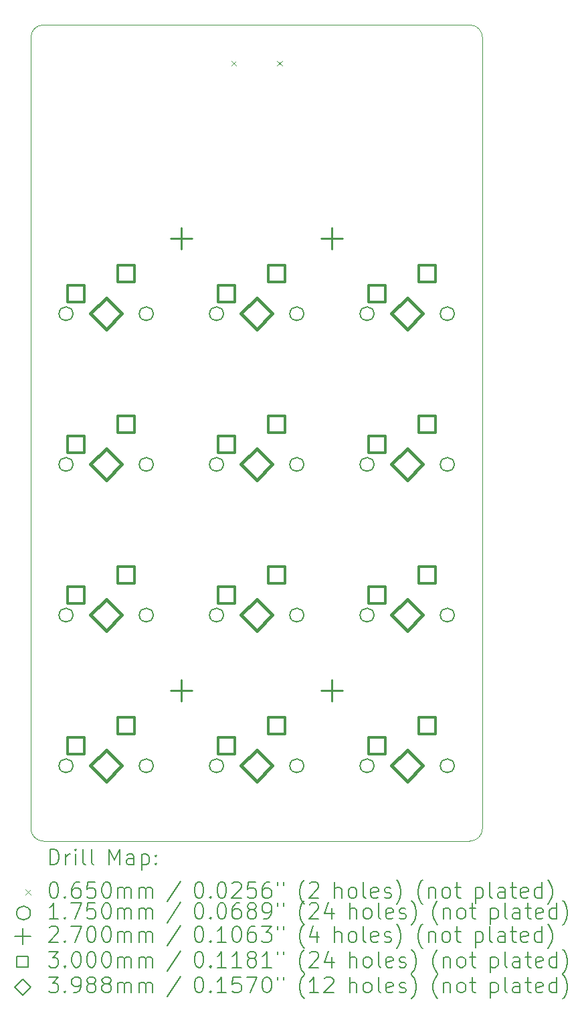
<source format=gbr>
%TF.GenerationSoftware,KiCad,Pcbnew,(7.0.0)*%
%TF.CreationDate,2023-03-11T22:06:36-05:00*%
%TF.ProjectId,MacroPad,4d616372-6f50-4616-942e-6b696361645f,rev?*%
%TF.SameCoordinates,Original*%
%TF.FileFunction,Drillmap*%
%TF.FilePolarity,Positive*%
%FSLAX45Y45*%
G04 Gerber Fmt 4.5, Leading zero omitted, Abs format (unit mm)*
G04 Created by KiCad (PCBNEW (7.0.0)) date 2023-03-11 22:06:36*
%MOMM*%
%LPD*%
G01*
G04 APERTURE LIST*
%ADD10C,0.100000*%
%ADD11C,0.200000*%
%ADD12C,0.065000*%
%ADD13C,0.175000*%
%ADD14C,0.270000*%
%ADD15C,0.300000*%
%ADD16C,0.398780*%
G04 APERTURE END LIST*
D10*
X19129375Y-3810000D02*
X13731875Y-3810000D01*
X19288125Y-13970000D02*
X19288125Y-3968750D01*
X13731875Y-14128750D02*
X19129375Y-14128750D01*
X13573125Y-3968750D02*
X13573125Y-13970000D01*
X13731875Y-3810000D02*
G75*
G03*
X13573125Y-3968750I0J-158750D01*
G01*
X19288125Y-3968750D02*
G75*
G03*
X19129375Y-3810000I-158750J0D01*
G01*
X13573125Y-13970000D02*
G75*
G03*
X13731875Y-14128750I158750J0D01*
G01*
X19129375Y-14128750D02*
G75*
G03*
X19288125Y-13970000I0J158750D01*
G01*
D11*
D12*
X16109125Y-4261500D02*
X16174125Y-4326500D01*
X16174125Y-4261500D02*
X16109125Y-4326500D01*
X16687125Y-4261500D02*
X16752125Y-4326500D01*
X16752125Y-4261500D02*
X16687125Y-4326500D01*
D13*
X14105125Y-7461250D02*
G75*
G03*
X14105125Y-7461250I-87500J0D01*
G01*
X14105125Y-9366250D02*
G75*
G03*
X14105125Y-9366250I-87500J0D01*
G01*
X14105125Y-11271250D02*
G75*
G03*
X14105125Y-11271250I-87500J0D01*
G01*
X14105125Y-13176250D02*
G75*
G03*
X14105125Y-13176250I-87500J0D01*
G01*
X15121125Y-7461250D02*
G75*
G03*
X15121125Y-7461250I-87500J0D01*
G01*
X15121125Y-9366250D02*
G75*
G03*
X15121125Y-9366250I-87500J0D01*
G01*
X15121125Y-11271250D02*
G75*
G03*
X15121125Y-11271250I-87500J0D01*
G01*
X15121125Y-13176250D02*
G75*
G03*
X15121125Y-13176250I-87500J0D01*
G01*
X16010125Y-7461250D02*
G75*
G03*
X16010125Y-7461250I-87500J0D01*
G01*
X16010125Y-9366250D02*
G75*
G03*
X16010125Y-9366250I-87500J0D01*
G01*
X16010125Y-11271250D02*
G75*
G03*
X16010125Y-11271250I-87500J0D01*
G01*
X16010125Y-13176250D02*
G75*
G03*
X16010125Y-13176250I-87500J0D01*
G01*
X17026125Y-7461250D02*
G75*
G03*
X17026125Y-7461250I-87500J0D01*
G01*
X17026125Y-9366250D02*
G75*
G03*
X17026125Y-9366250I-87500J0D01*
G01*
X17026125Y-11271250D02*
G75*
G03*
X17026125Y-11271250I-87500J0D01*
G01*
X17026125Y-13176250D02*
G75*
G03*
X17026125Y-13176250I-87500J0D01*
G01*
X17915125Y-7461250D02*
G75*
G03*
X17915125Y-7461250I-87500J0D01*
G01*
X17915125Y-9366250D02*
G75*
G03*
X17915125Y-9366250I-87500J0D01*
G01*
X17915125Y-11271250D02*
G75*
G03*
X17915125Y-11271250I-87500J0D01*
G01*
X17915125Y-13176250D02*
G75*
G03*
X17915125Y-13176250I-87500J0D01*
G01*
X18931125Y-7461250D02*
G75*
G03*
X18931125Y-7461250I-87500J0D01*
G01*
X18931125Y-9366250D02*
G75*
G03*
X18931125Y-9366250I-87500J0D01*
G01*
X18931125Y-11271250D02*
G75*
G03*
X18931125Y-11271250I-87500J0D01*
G01*
X18931125Y-13176250D02*
G75*
G03*
X18931125Y-13176250I-87500J0D01*
G01*
D14*
X15478125Y-6373750D02*
X15478125Y-6643750D01*
X15343125Y-6508750D02*
X15613125Y-6508750D01*
X15478125Y-12088750D02*
X15478125Y-12358750D01*
X15343125Y-12223750D02*
X15613125Y-12223750D01*
X17383125Y-6373750D02*
X17383125Y-6643750D01*
X17248125Y-6508750D02*
X17518125Y-6508750D01*
X17383125Y-12088750D02*
X17383125Y-12358750D01*
X17248125Y-12223750D02*
X17518125Y-12223750D01*
D15*
X14250692Y-7313317D02*
X14250692Y-7101183D01*
X14038558Y-7101183D01*
X14038558Y-7313317D01*
X14250692Y-7313317D01*
X14250692Y-9218317D02*
X14250692Y-9006183D01*
X14038558Y-9006183D01*
X14038558Y-9218317D01*
X14250692Y-9218317D01*
X14250692Y-11123317D02*
X14250692Y-10911183D01*
X14038558Y-10911183D01*
X14038558Y-11123317D01*
X14250692Y-11123317D01*
X14250692Y-13028317D02*
X14250692Y-12816183D01*
X14038558Y-12816183D01*
X14038558Y-13028317D01*
X14250692Y-13028317D01*
X14885692Y-7059317D02*
X14885692Y-6847183D01*
X14673558Y-6847183D01*
X14673558Y-7059317D01*
X14885692Y-7059317D01*
X14885692Y-8964317D02*
X14885692Y-8752183D01*
X14673558Y-8752183D01*
X14673558Y-8964317D01*
X14885692Y-8964317D01*
X14885692Y-10869317D02*
X14885692Y-10657183D01*
X14673558Y-10657183D01*
X14673558Y-10869317D01*
X14885692Y-10869317D01*
X14885692Y-12774317D02*
X14885692Y-12562183D01*
X14673558Y-12562183D01*
X14673558Y-12774317D01*
X14885692Y-12774317D01*
X16155692Y-7313317D02*
X16155692Y-7101183D01*
X15943558Y-7101183D01*
X15943558Y-7313317D01*
X16155692Y-7313317D01*
X16155692Y-9218317D02*
X16155692Y-9006183D01*
X15943558Y-9006183D01*
X15943558Y-9218317D01*
X16155692Y-9218317D01*
X16155692Y-11123317D02*
X16155692Y-10911183D01*
X15943558Y-10911183D01*
X15943558Y-11123317D01*
X16155692Y-11123317D01*
X16155692Y-13028317D02*
X16155692Y-12816183D01*
X15943558Y-12816183D01*
X15943558Y-13028317D01*
X16155692Y-13028317D01*
X16790692Y-7059317D02*
X16790692Y-6847183D01*
X16578558Y-6847183D01*
X16578558Y-7059317D01*
X16790692Y-7059317D01*
X16790692Y-8964317D02*
X16790692Y-8752183D01*
X16578558Y-8752183D01*
X16578558Y-8964317D01*
X16790692Y-8964317D01*
X16790692Y-10869317D02*
X16790692Y-10657183D01*
X16578558Y-10657183D01*
X16578558Y-10869317D01*
X16790692Y-10869317D01*
X16790692Y-12774317D02*
X16790692Y-12562183D01*
X16578558Y-12562183D01*
X16578558Y-12774317D01*
X16790692Y-12774317D01*
X18060692Y-7313317D02*
X18060692Y-7101183D01*
X17848558Y-7101183D01*
X17848558Y-7313317D01*
X18060692Y-7313317D01*
X18060692Y-9218317D02*
X18060692Y-9006183D01*
X17848558Y-9006183D01*
X17848558Y-9218317D01*
X18060692Y-9218317D01*
X18060692Y-11123317D02*
X18060692Y-10911183D01*
X17848558Y-10911183D01*
X17848558Y-11123317D01*
X18060692Y-11123317D01*
X18060692Y-13028317D02*
X18060692Y-12816183D01*
X17848558Y-12816183D01*
X17848558Y-13028317D01*
X18060692Y-13028317D01*
X18695692Y-7059317D02*
X18695692Y-6847183D01*
X18483558Y-6847183D01*
X18483558Y-7059317D01*
X18695692Y-7059317D01*
X18695692Y-8964317D02*
X18695692Y-8752183D01*
X18483558Y-8752183D01*
X18483558Y-8964317D01*
X18695692Y-8964317D01*
X18695692Y-10869317D02*
X18695692Y-10657183D01*
X18483558Y-10657183D01*
X18483558Y-10869317D01*
X18695692Y-10869317D01*
X18695692Y-12774317D02*
X18695692Y-12562183D01*
X18483558Y-12562183D01*
X18483558Y-12774317D01*
X18695692Y-12774317D01*
D16*
X14525625Y-7660640D02*
X14725015Y-7461250D01*
X14525625Y-7261860D01*
X14326235Y-7461250D01*
X14525625Y-7660640D01*
X14525625Y-9565640D02*
X14725015Y-9366250D01*
X14525625Y-9166860D01*
X14326235Y-9366250D01*
X14525625Y-9565640D01*
X14525625Y-11470640D02*
X14725015Y-11271250D01*
X14525625Y-11071860D01*
X14326235Y-11271250D01*
X14525625Y-11470640D01*
X14525625Y-13375640D02*
X14725015Y-13176250D01*
X14525625Y-12976860D01*
X14326235Y-13176250D01*
X14525625Y-13375640D01*
X16430625Y-7660640D02*
X16630015Y-7461250D01*
X16430625Y-7261860D01*
X16231235Y-7461250D01*
X16430625Y-7660640D01*
X16430625Y-9565640D02*
X16630015Y-9366250D01*
X16430625Y-9166860D01*
X16231235Y-9366250D01*
X16430625Y-9565640D01*
X16430625Y-11470640D02*
X16630015Y-11271250D01*
X16430625Y-11071860D01*
X16231235Y-11271250D01*
X16430625Y-11470640D01*
X16430625Y-13375640D02*
X16630015Y-13176250D01*
X16430625Y-12976860D01*
X16231235Y-13176250D01*
X16430625Y-13375640D01*
X18335625Y-7660640D02*
X18535015Y-7461250D01*
X18335625Y-7261860D01*
X18136235Y-7461250D01*
X18335625Y-7660640D01*
X18335625Y-9565640D02*
X18535015Y-9366250D01*
X18335625Y-9166860D01*
X18136235Y-9366250D01*
X18335625Y-9565640D01*
X18335625Y-11470640D02*
X18535015Y-11271250D01*
X18335625Y-11071860D01*
X18136235Y-11271250D01*
X18335625Y-11470640D01*
X18335625Y-13375640D02*
X18535015Y-13176250D01*
X18335625Y-12976860D01*
X18136235Y-13176250D01*
X18335625Y-13375640D01*
D11*
X13815744Y-14427226D02*
X13815744Y-14227226D01*
X13815744Y-14227226D02*
X13863363Y-14227226D01*
X13863363Y-14227226D02*
X13891934Y-14236750D01*
X13891934Y-14236750D02*
X13910982Y-14255798D01*
X13910982Y-14255798D02*
X13920506Y-14274845D01*
X13920506Y-14274845D02*
X13930030Y-14312940D01*
X13930030Y-14312940D02*
X13930030Y-14341512D01*
X13930030Y-14341512D02*
X13920506Y-14379607D01*
X13920506Y-14379607D02*
X13910982Y-14398655D01*
X13910982Y-14398655D02*
X13891934Y-14417702D01*
X13891934Y-14417702D02*
X13863363Y-14427226D01*
X13863363Y-14427226D02*
X13815744Y-14427226D01*
X14015744Y-14427226D02*
X14015744Y-14293893D01*
X14015744Y-14331988D02*
X14025268Y-14312940D01*
X14025268Y-14312940D02*
X14034792Y-14303417D01*
X14034792Y-14303417D02*
X14053839Y-14293893D01*
X14053839Y-14293893D02*
X14072887Y-14293893D01*
X14139553Y-14427226D02*
X14139553Y-14293893D01*
X14139553Y-14227226D02*
X14130030Y-14236750D01*
X14130030Y-14236750D02*
X14139553Y-14246274D01*
X14139553Y-14246274D02*
X14149077Y-14236750D01*
X14149077Y-14236750D02*
X14139553Y-14227226D01*
X14139553Y-14227226D02*
X14139553Y-14246274D01*
X14263363Y-14427226D02*
X14244315Y-14417702D01*
X14244315Y-14417702D02*
X14234792Y-14398655D01*
X14234792Y-14398655D02*
X14234792Y-14227226D01*
X14368125Y-14427226D02*
X14349077Y-14417702D01*
X14349077Y-14417702D02*
X14339553Y-14398655D01*
X14339553Y-14398655D02*
X14339553Y-14227226D01*
X14564315Y-14427226D02*
X14564315Y-14227226D01*
X14564315Y-14227226D02*
X14630982Y-14370083D01*
X14630982Y-14370083D02*
X14697649Y-14227226D01*
X14697649Y-14227226D02*
X14697649Y-14427226D01*
X14878601Y-14427226D02*
X14878601Y-14322464D01*
X14878601Y-14322464D02*
X14869077Y-14303417D01*
X14869077Y-14303417D02*
X14850030Y-14293893D01*
X14850030Y-14293893D02*
X14811934Y-14293893D01*
X14811934Y-14293893D02*
X14792887Y-14303417D01*
X14878601Y-14417702D02*
X14859553Y-14427226D01*
X14859553Y-14427226D02*
X14811934Y-14427226D01*
X14811934Y-14427226D02*
X14792887Y-14417702D01*
X14792887Y-14417702D02*
X14783363Y-14398655D01*
X14783363Y-14398655D02*
X14783363Y-14379607D01*
X14783363Y-14379607D02*
X14792887Y-14360559D01*
X14792887Y-14360559D02*
X14811934Y-14351036D01*
X14811934Y-14351036D02*
X14859553Y-14351036D01*
X14859553Y-14351036D02*
X14878601Y-14341512D01*
X14973839Y-14293893D02*
X14973839Y-14493893D01*
X14973839Y-14303417D02*
X14992887Y-14293893D01*
X14992887Y-14293893D02*
X15030982Y-14293893D01*
X15030982Y-14293893D02*
X15050030Y-14303417D01*
X15050030Y-14303417D02*
X15059553Y-14312940D01*
X15059553Y-14312940D02*
X15069077Y-14331988D01*
X15069077Y-14331988D02*
X15069077Y-14389131D01*
X15069077Y-14389131D02*
X15059553Y-14408178D01*
X15059553Y-14408178D02*
X15050030Y-14417702D01*
X15050030Y-14417702D02*
X15030982Y-14427226D01*
X15030982Y-14427226D02*
X14992887Y-14427226D01*
X14992887Y-14427226D02*
X14973839Y-14417702D01*
X15154792Y-14408178D02*
X15164315Y-14417702D01*
X15164315Y-14417702D02*
X15154792Y-14427226D01*
X15154792Y-14427226D02*
X15145268Y-14417702D01*
X15145268Y-14417702D02*
X15154792Y-14408178D01*
X15154792Y-14408178D02*
X15154792Y-14427226D01*
X15154792Y-14303417D02*
X15164315Y-14312940D01*
X15164315Y-14312940D02*
X15154792Y-14322464D01*
X15154792Y-14322464D02*
X15145268Y-14312940D01*
X15145268Y-14312940D02*
X15154792Y-14303417D01*
X15154792Y-14303417D02*
X15154792Y-14322464D01*
D12*
X13503125Y-14741250D02*
X13568125Y-14806250D01*
X13568125Y-14741250D02*
X13503125Y-14806250D01*
D11*
X13853839Y-14647226D02*
X13872887Y-14647226D01*
X13872887Y-14647226D02*
X13891934Y-14656750D01*
X13891934Y-14656750D02*
X13901458Y-14666274D01*
X13901458Y-14666274D02*
X13910982Y-14685321D01*
X13910982Y-14685321D02*
X13920506Y-14723417D01*
X13920506Y-14723417D02*
X13920506Y-14771036D01*
X13920506Y-14771036D02*
X13910982Y-14809131D01*
X13910982Y-14809131D02*
X13901458Y-14828178D01*
X13901458Y-14828178D02*
X13891934Y-14837702D01*
X13891934Y-14837702D02*
X13872887Y-14847226D01*
X13872887Y-14847226D02*
X13853839Y-14847226D01*
X13853839Y-14847226D02*
X13834792Y-14837702D01*
X13834792Y-14837702D02*
X13825268Y-14828178D01*
X13825268Y-14828178D02*
X13815744Y-14809131D01*
X13815744Y-14809131D02*
X13806220Y-14771036D01*
X13806220Y-14771036D02*
X13806220Y-14723417D01*
X13806220Y-14723417D02*
X13815744Y-14685321D01*
X13815744Y-14685321D02*
X13825268Y-14666274D01*
X13825268Y-14666274D02*
X13834792Y-14656750D01*
X13834792Y-14656750D02*
X13853839Y-14647226D01*
X14006220Y-14828178D02*
X14015744Y-14837702D01*
X14015744Y-14837702D02*
X14006220Y-14847226D01*
X14006220Y-14847226D02*
X13996696Y-14837702D01*
X13996696Y-14837702D02*
X14006220Y-14828178D01*
X14006220Y-14828178D02*
X14006220Y-14847226D01*
X14187173Y-14647226D02*
X14149077Y-14647226D01*
X14149077Y-14647226D02*
X14130030Y-14656750D01*
X14130030Y-14656750D02*
X14120506Y-14666274D01*
X14120506Y-14666274D02*
X14101458Y-14694845D01*
X14101458Y-14694845D02*
X14091934Y-14732940D01*
X14091934Y-14732940D02*
X14091934Y-14809131D01*
X14091934Y-14809131D02*
X14101458Y-14828178D01*
X14101458Y-14828178D02*
X14110982Y-14837702D01*
X14110982Y-14837702D02*
X14130030Y-14847226D01*
X14130030Y-14847226D02*
X14168125Y-14847226D01*
X14168125Y-14847226D02*
X14187173Y-14837702D01*
X14187173Y-14837702D02*
X14196696Y-14828178D01*
X14196696Y-14828178D02*
X14206220Y-14809131D01*
X14206220Y-14809131D02*
X14206220Y-14761512D01*
X14206220Y-14761512D02*
X14196696Y-14742464D01*
X14196696Y-14742464D02*
X14187173Y-14732940D01*
X14187173Y-14732940D02*
X14168125Y-14723417D01*
X14168125Y-14723417D02*
X14130030Y-14723417D01*
X14130030Y-14723417D02*
X14110982Y-14732940D01*
X14110982Y-14732940D02*
X14101458Y-14742464D01*
X14101458Y-14742464D02*
X14091934Y-14761512D01*
X14387173Y-14647226D02*
X14291934Y-14647226D01*
X14291934Y-14647226D02*
X14282411Y-14742464D01*
X14282411Y-14742464D02*
X14291934Y-14732940D01*
X14291934Y-14732940D02*
X14310982Y-14723417D01*
X14310982Y-14723417D02*
X14358601Y-14723417D01*
X14358601Y-14723417D02*
X14377649Y-14732940D01*
X14377649Y-14732940D02*
X14387173Y-14742464D01*
X14387173Y-14742464D02*
X14396696Y-14761512D01*
X14396696Y-14761512D02*
X14396696Y-14809131D01*
X14396696Y-14809131D02*
X14387173Y-14828178D01*
X14387173Y-14828178D02*
X14377649Y-14837702D01*
X14377649Y-14837702D02*
X14358601Y-14847226D01*
X14358601Y-14847226D02*
X14310982Y-14847226D01*
X14310982Y-14847226D02*
X14291934Y-14837702D01*
X14291934Y-14837702D02*
X14282411Y-14828178D01*
X14520506Y-14647226D02*
X14539554Y-14647226D01*
X14539554Y-14647226D02*
X14558601Y-14656750D01*
X14558601Y-14656750D02*
X14568125Y-14666274D01*
X14568125Y-14666274D02*
X14577649Y-14685321D01*
X14577649Y-14685321D02*
X14587173Y-14723417D01*
X14587173Y-14723417D02*
X14587173Y-14771036D01*
X14587173Y-14771036D02*
X14577649Y-14809131D01*
X14577649Y-14809131D02*
X14568125Y-14828178D01*
X14568125Y-14828178D02*
X14558601Y-14837702D01*
X14558601Y-14837702D02*
X14539554Y-14847226D01*
X14539554Y-14847226D02*
X14520506Y-14847226D01*
X14520506Y-14847226D02*
X14501458Y-14837702D01*
X14501458Y-14837702D02*
X14491934Y-14828178D01*
X14491934Y-14828178D02*
X14482411Y-14809131D01*
X14482411Y-14809131D02*
X14472887Y-14771036D01*
X14472887Y-14771036D02*
X14472887Y-14723417D01*
X14472887Y-14723417D02*
X14482411Y-14685321D01*
X14482411Y-14685321D02*
X14491934Y-14666274D01*
X14491934Y-14666274D02*
X14501458Y-14656750D01*
X14501458Y-14656750D02*
X14520506Y-14647226D01*
X14672887Y-14847226D02*
X14672887Y-14713893D01*
X14672887Y-14732940D02*
X14682411Y-14723417D01*
X14682411Y-14723417D02*
X14701458Y-14713893D01*
X14701458Y-14713893D02*
X14730030Y-14713893D01*
X14730030Y-14713893D02*
X14749077Y-14723417D01*
X14749077Y-14723417D02*
X14758601Y-14742464D01*
X14758601Y-14742464D02*
X14758601Y-14847226D01*
X14758601Y-14742464D02*
X14768125Y-14723417D01*
X14768125Y-14723417D02*
X14787173Y-14713893D01*
X14787173Y-14713893D02*
X14815744Y-14713893D01*
X14815744Y-14713893D02*
X14834792Y-14723417D01*
X14834792Y-14723417D02*
X14844315Y-14742464D01*
X14844315Y-14742464D02*
X14844315Y-14847226D01*
X14939554Y-14847226D02*
X14939554Y-14713893D01*
X14939554Y-14732940D02*
X14949077Y-14723417D01*
X14949077Y-14723417D02*
X14968125Y-14713893D01*
X14968125Y-14713893D02*
X14996696Y-14713893D01*
X14996696Y-14713893D02*
X15015744Y-14723417D01*
X15015744Y-14723417D02*
X15025268Y-14742464D01*
X15025268Y-14742464D02*
X15025268Y-14847226D01*
X15025268Y-14742464D02*
X15034792Y-14723417D01*
X15034792Y-14723417D02*
X15053839Y-14713893D01*
X15053839Y-14713893D02*
X15082411Y-14713893D01*
X15082411Y-14713893D02*
X15101458Y-14723417D01*
X15101458Y-14723417D02*
X15110982Y-14742464D01*
X15110982Y-14742464D02*
X15110982Y-14847226D01*
X15469077Y-14637702D02*
X15297649Y-14894845D01*
X15693839Y-14647226D02*
X15712887Y-14647226D01*
X15712887Y-14647226D02*
X15731935Y-14656750D01*
X15731935Y-14656750D02*
X15741458Y-14666274D01*
X15741458Y-14666274D02*
X15750982Y-14685321D01*
X15750982Y-14685321D02*
X15760506Y-14723417D01*
X15760506Y-14723417D02*
X15760506Y-14771036D01*
X15760506Y-14771036D02*
X15750982Y-14809131D01*
X15750982Y-14809131D02*
X15741458Y-14828178D01*
X15741458Y-14828178D02*
X15731935Y-14837702D01*
X15731935Y-14837702D02*
X15712887Y-14847226D01*
X15712887Y-14847226D02*
X15693839Y-14847226D01*
X15693839Y-14847226D02*
X15674792Y-14837702D01*
X15674792Y-14837702D02*
X15665268Y-14828178D01*
X15665268Y-14828178D02*
X15655744Y-14809131D01*
X15655744Y-14809131D02*
X15646220Y-14771036D01*
X15646220Y-14771036D02*
X15646220Y-14723417D01*
X15646220Y-14723417D02*
X15655744Y-14685321D01*
X15655744Y-14685321D02*
X15665268Y-14666274D01*
X15665268Y-14666274D02*
X15674792Y-14656750D01*
X15674792Y-14656750D02*
X15693839Y-14647226D01*
X15846220Y-14828178D02*
X15855744Y-14837702D01*
X15855744Y-14837702D02*
X15846220Y-14847226D01*
X15846220Y-14847226D02*
X15836696Y-14837702D01*
X15836696Y-14837702D02*
X15846220Y-14828178D01*
X15846220Y-14828178D02*
X15846220Y-14847226D01*
X15979554Y-14647226D02*
X15998601Y-14647226D01*
X15998601Y-14647226D02*
X16017649Y-14656750D01*
X16017649Y-14656750D02*
X16027173Y-14666274D01*
X16027173Y-14666274D02*
X16036696Y-14685321D01*
X16036696Y-14685321D02*
X16046220Y-14723417D01*
X16046220Y-14723417D02*
X16046220Y-14771036D01*
X16046220Y-14771036D02*
X16036696Y-14809131D01*
X16036696Y-14809131D02*
X16027173Y-14828178D01*
X16027173Y-14828178D02*
X16017649Y-14837702D01*
X16017649Y-14837702D02*
X15998601Y-14847226D01*
X15998601Y-14847226D02*
X15979554Y-14847226D01*
X15979554Y-14847226D02*
X15960506Y-14837702D01*
X15960506Y-14837702D02*
X15950982Y-14828178D01*
X15950982Y-14828178D02*
X15941458Y-14809131D01*
X15941458Y-14809131D02*
X15931935Y-14771036D01*
X15931935Y-14771036D02*
X15931935Y-14723417D01*
X15931935Y-14723417D02*
X15941458Y-14685321D01*
X15941458Y-14685321D02*
X15950982Y-14666274D01*
X15950982Y-14666274D02*
X15960506Y-14656750D01*
X15960506Y-14656750D02*
X15979554Y-14647226D01*
X16122411Y-14666274D02*
X16131935Y-14656750D01*
X16131935Y-14656750D02*
X16150982Y-14647226D01*
X16150982Y-14647226D02*
X16198601Y-14647226D01*
X16198601Y-14647226D02*
X16217649Y-14656750D01*
X16217649Y-14656750D02*
X16227173Y-14666274D01*
X16227173Y-14666274D02*
X16236696Y-14685321D01*
X16236696Y-14685321D02*
X16236696Y-14704369D01*
X16236696Y-14704369D02*
X16227173Y-14732940D01*
X16227173Y-14732940D02*
X16112887Y-14847226D01*
X16112887Y-14847226D02*
X16236696Y-14847226D01*
X16417649Y-14647226D02*
X16322411Y-14647226D01*
X16322411Y-14647226D02*
X16312887Y-14742464D01*
X16312887Y-14742464D02*
X16322411Y-14732940D01*
X16322411Y-14732940D02*
X16341458Y-14723417D01*
X16341458Y-14723417D02*
X16389077Y-14723417D01*
X16389077Y-14723417D02*
X16408125Y-14732940D01*
X16408125Y-14732940D02*
X16417649Y-14742464D01*
X16417649Y-14742464D02*
X16427173Y-14761512D01*
X16427173Y-14761512D02*
X16427173Y-14809131D01*
X16427173Y-14809131D02*
X16417649Y-14828178D01*
X16417649Y-14828178D02*
X16408125Y-14837702D01*
X16408125Y-14837702D02*
X16389077Y-14847226D01*
X16389077Y-14847226D02*
X16341458Y-14847226D01*
X16341458Y-14847226D02*
X16322411Y-14837702D01*
X16322411Y-14837702D02*
X16312887Y-14828178D01*
X16598601Y-14647226D02*
X16560506Y-14647226D01*
X16560506Y-14647226D02*
X16541458Y-14656750D01*
X16541458Y-14656750D02*
X16531935Y-14666274D01*
X16531935Y-14666274D02*
X16512887Y-14694845D01*
X16512887Y-14694845D02*
X16503363Y-14732940D01*
X16503363Y-14732940D02*
X16503363Y-14809131D01*
X16503363Y-14809131D02*
X16512887Y-14828178D01*
X16512887Y-14828178D02*
X16522411Y-14837702D01*
X16522411Y-14837702D02*
X16541458Y-14847226D01*
X16541458Y-14847226D02*
X16579554Y-14847226D01*
X16579554Y-14847226D02*
X16598601Y-14837702D01*
X16598601Y-14837702D02*
X16608125Y-14828178D01*
X16608125Y-14828178D02*
X16617649Y-14809131D01*
X16617649Y-14809131D02*
X16617649Y-14761512D01*
X16617649Y-14761512D02*
X16608125Y-14742464D01*
X16608125Y-14742464D02*
X16598601Y-14732940D01*
X16598601Y-14732940D02*
X16579554Y-14723417D01*
X16579554Y-14723417D02*
X16541458Y-14723417D01*
X16541458Y-14723417D02*
X16522411Y-14732940D01*
X16522411Y-14732940D02*
X16512887Y-14742464D01*
X16512887Y-14742464D02*
X16503363Y-14761512D01*
X16693839Y-14647226D02*
X16693839Y-14685321D01*
X16770030Y-14647226D02*
X16770030Y-14685321D01*
X17032887Y-14923417D02*
X17023363Y-14913893D01*
X17023363Y-14913893D02*
X17004316Y-14885321D01*
X17004316Y-14885321D02*
X16994792Y-14866274D01*
X16994792Y-14866274D02*
X16985268Y-14837702D01*
X16985268Y-14837702D02*
X16975744Y-14790083D01*
X16975744Y-14790083D02*
X16975744Y-14751988D01*
X16975744Y-14751988D02*
X16985268Y-14704369D01*
X16985268Y-14704369D02*
X16994792Y-14675798D01*
X16994792Y-14675798D02*
X17004316Y-14656750D01*
X17004316Y-14656750D02*
X17023363Y-14628178D01*
X17023363Y-14628178D02*
X17032887Y-14618655D01*
X17099554Y-14666274D02*
X17109078Y-14656750D01*
X17109078Y-14656750D02*
X17128125Y-14647226D01*
X17128125Y-14647226D02*
X17175744Y-14647226D01*
X17175744Y-14647226D02*
X17194792Y-14656750D01*
X17194792Y-14656750D02*
X17204316Y-14666274D01*
X17204316Y-14666274D02*
X17213839Y-14685321D01*
X17213839Y-14685321D02*
X17213839Y-14704369D01*
X17213839Y-14704369D02*
X17204316Y-14732940D01*
X17204316Y-14732940D02*
X17090030Y-14847226D01*
X17090030Y-14847226D02*
X17213839Y-14847226D01*
X17419554Y-14847226D02*
X17419554Y-14647226D01*
X17505268Y-14847226D02*
X17505268Y-14742464D01*
X17505268Y-14742464D02*
X17495744Y-14723417D01*
X17495744Y-14723417D02*
X17476697Y-14713893D01*
X17476697Y-14713893D02*
X17448125Y-14713893D01*
X17448125Y-14713893D02*
X17429078Y-14723417D01*
X17429078Y-14723417D02*
X17419554Y-14732940D01*
X17629078Y-14847226D02*
X17610030Y-14837702D01*
X17610030Y-14837702D02*
X17600506Y-14828178D01*
X17600506Y-14828178D02*
X17590982Y-14809131D01*
X17590982Y-14809131D02*
X17590982Y-14751988D01*
X17590982Y-14751988D02*
X17600506Y-14732940D01*
X17600506Y-14732940D02*
X17610030Y-14723417D01*
X17610030Y-14723417D02*
X17629078Y-14713893D01*
X17629078Y-14713893D02*
X17657649Y-14713893D01*
X17657649Y-14713893D02*
X17676697Y-14723417D01*
X17676697Y-14723417D02*
X17686220Y-14732940D01*
X17686220Y-14732940D02*
X17695744Y-14751988D01*
X17695744Y-14751988D02*
X17695744Y-14809131D01*
X17695744Y-14809131D02*
X17686220Y-14828178D01*
X17686220Y-14828178D02*
X17676697Y-14837702D01*
X17676697Y-14837702D02*
X17657649Y-14847226D01*
X17657649Y-14847226D02*
X17629078Y-14847226D01*
X17810030Y-14847226D02*
X17790982Y-14837702D01*
X17790982Y-14837702D02*
X17781459Y-14818655D01*
X17781459Y-14818655D02*
X17781459Y-14647226D01*
X17962411Y-14837702D02*
X17943363Y-14847226D01*
X17943363Y-14847226D02*
X17905268Y-14847226D01*
X17905268Y-14847226D02*
X17886220Y-14837702D01*
X17886220Y-14837702D02*
X17876697Y-14818655D01*
X17876697Y-14818655D02*
X17876697Y-14742464D01*
X17876697Y-14742464D02*
X17886220Y-14723417D01*
X17886220Y-14723417D02*
X17905268Y-14713893D01*
X17905268Y-14713893D02*
X17943363Y-14713893D01*
X17943363Y-14713893D02*
X17962411Y-14723417D01*
X17962411Y-14723417D02*
X17971935Y-14742464D01*
X17971935Y-14742464D02*
X17971935Y-14761512D01*
X17971935Y-14761512D02*
X17876697Y-14780559D01*
X18048125Y-14837702D02*
X18067173Y-14847226D01*
X18067173Y-14847226D02*
X18105268Y-14847226D01*
X18105268Y-14847226D02*
X18124316Y-14837702D01*
X18124316Y-14837702D02*
X18133840Y-14818655D01*
X18133840Y-14818655D02*
X18133840Y-14809131D01*
X18133840Y-14809131D02*
X18124316Y-14790083D01*
X18124316Y-14790083D02*
X18105268Y-14780559D01*
X18105268Y-14780559D02*
X18076697Y-14780559D01*
X18076697Y-14780559D02*
X18057649Y-14771036D01*
X18057649Y-14771036D02*
X18048125Y-14751988D01*
X18048125Y-14751988D02*
X18048125Y-14742464D01*
X18048125Y-14742464D02*
X18057649Y-14723417D01*
X18057649Y-14723417D02*
X18076697Y-14713893D01*
X18076697Y-14713893D02*
X18105268Y-14713893D01*
X18105268Y-14713893D02*
X18124316Y-14723417D01*
X18200506Y-14923417D02*
X18210030Y-14913893D01*
X18210030Y-14913893D02*
X18229078Y-14885321D01*
X18229078Y-14885321D02*
X18238601Y-14866274D01*
X18238601Y-14866274D02*
X18248125Y-14837702D01*
X18248125Y-14837702D02*
X18257649Y-14790083D01*
X18257649Y-14790083D02*
X18257649Y-14751988D01*
X18257649Y-14751988D02*
X18248125Y-14704369D01*
X18248125Y-14704369D02*
X18238601Y-14675798D01*
X18238601Y-14675798D02*
X18229078Y-14656750D01*
X18229078Y-14656750D02*
X18210030Y-14628178D01*
X18210030Y-14628178D02*
X18200506Y-14618655D01*
X18530030Y-14923417D02*
X18520506Y-14913893D01*
X18520506Y-14913893D02*
X18501459Y-14885321D01*
X18501459Y-14885321D02*
X18491935Y-14866274D01*
X18491935Y-14866274D02*
X18482411Y-14837702D01*
X18482411Y-14837702D02*
X18472887Y-14790083D01*
X18472887Y-14790083D02*
X18472887Y-14751988D01*
X18472887Y-14751988D02*
X18482411Y-14704369D01*
X18482411Y-14704369D02*
X18491935Y-14675798D01*
X18491935Y-14675798D02*
X18501459Y-14656750D01*
X18501459Y-14656750D02*
X18520506Y-14628178D01*
X18520506Y-14628178D02*
X18530030Y-14618655D01*
X18606220Y-14713893D02*
X18606220Y-14847226D01*
X18606220Y-14732940D02*
X18615744Y-14723417D01*
X18615744Y-14723417D02*
X18634792Y-14713893D01*
X18634792Y-14713893D02*
X18663363Y-14713893D01*
X18663363Y-14713893D02*
X18682411Y-14723417D01*
X18682411Y-14723417D02*
X18691935Y-14742464D01*
X18691935Y-14742464D02*
X18691935Y-14847226D01*
X18815744Y-14847226D02*
X18796697Y-14837702D01*
X18796697Y-14837702D02*
X18787173Y-14828178D01*
X18787173Y-14828178D02*
X18777649Y-14809131D01*
X18777649Y-14809131D02*
X18777649Y-14751988D01*
X18777649Y-14751988D02*
X18787173Y-14732940D01*
X18787173Y-14732940D02*
X18796697Y-14723417D01*
X18796697Y-14723417D02*
X18815744Y-14713893D01*
X18815744Y-14713893D02*
X18844316Y-14713893D01*
X18844316Y-14713893D02*
X18863363Y-14723417D01*
X18863363Y-14723417D02*
X18872887Y-14732940D01*
X18872887Y-14732940D02*
X18882411Y-14751988D01*
X18882411Y-14751988D02*
X18882411Y-14809131D01*
X18882411Y-14809131D02*
X18872887Y-14828178D01*
X18872887Y-14828178D02*
X18863363Y-14837702D01*
X18863363Y-14837702D02*
X18844316Y-14847226D01*
X18844316Y-14847226D02*
X18815744Y-14847226D01*
X18939554Y-14713893D02*
X19015744Y-14713893D01*
X18968125Y-14647226D02*
X18968125Y-14818655D01*
X18968125Y-14818655D02*
X18977649Y-14837702D01*
X18977649Y-14837702D02*
X18996697Y-14847226D01*
X18996697Y-14847226D02*
X19015744Y-14847226D01*
X19202411Y-14713893D02*
X19202411Y-14913893D01*
X19202411Y-14723417D02*
X19221459Y-14713893D01*
X19221459Y-14713893D02*
X19259554Y-14713893D01*
X19259554Y-14713893D02*
X19278601Y-14723417D01*
X19278601Y-14723417D02*
X19288125Y-14732940D01*
X19288125Y-14732940D02*
X19297649Y-14751988D01*
X19297649Y-14751988D02*
X19297649Y-14809131D01*
X19297649Y-14809131D02*
X19288125Y-14828178D01*
X19288125Y-14828178D02*
X19278601Y-14837702D01*
X19278601Y-14837702D02*
X19259554Y-14847226D01*
X19259554Y-14847226D02*
X19221459Y-14847226D01*
X19221459Y-14847226D02*
X19202411Y-14837702D01*
X19411935Y-14847226D02*
X19392887Y-14837702D01*
X19392887Y-14837702D02*
X19383363Y-14818655D01*
X19383363Y-14818655D02*
X19383363Y-14647226D01*
X19573840Y-14847226D02*
X19573840Y-14742464D01*
X19573840Y-14742464D02*
X19564316Y-14723417D01*
X19564316Y-14723417D02*
X19545268Y-14713893D01*
X19545268Y-14713893D02*
X19507173Y-14713893D01*
X19507173Y-14713893D02*
X19488125Y-14723417D01*
X19573840Y-14837702D02*
X19554792Y-14847226D01*
X19554792Y-14847226D02*
X19507173Y-14847226D01*
X19507173Y-14847226D02*
X19488125Y-14837702D01*
X19488125Y-14837702D02*
X19478601Y-14818655D01*
X19478601Y-14818655D02*
X19478601Y-14799607D01*
X19478601Y-14799607D02*
X19488125Y-14780559D01*
X19488125Y-14780559D02*
X19507173Y-14771036D01*
X19507173Y-14771036D02*
X19554792Y-14771036D01*
X19554792Y-14771036D02*
X19573840Y-14761512D01*
X19640506Y-14713893D02*
X19716697Y-14713893D01*
X19669078Y-14647226D02*
X19669078Y-14818655D01*
X19669078Y-14818655D02*
X19678601Y-14837702D01*
X19678601Y-14837702D02*
X19697649Y-14847226D01*
X19697649Y-14847226D02*
X19716697Y-14847226D01*
X19859554Y-14837702D02*
X19840506Y-14847226D01*
X19840506Y-14847226D02*
X19802411Y-14847226D01*
X19802411Y-14847226D02*
X19783363Y-14837702D01*
X19783363Y-14837702D02*
X19773840Y-14818655D01*
X19773840Y-14818655D02*
X19773840Y-14742464D01*
X19773840Y-14742464D02*
X19783363Y-14723417D01*
X19783363Y-14723417D02*
X19802411Y-14713893D01*
X19802411Y-14713893D02*
X19840506Y-14713893D01*
X19840506Y-14713893D02*
X19859554Y-14723417D01*
X19859554Y-14723417D02*
X19869078Y-14742464D01*
X19869078Y-14742464D02*
X19869078Y-14761512D01*
X19869078Y-14761512D02*
X19773840Y-14780559D01*
X20040506Y-14847226D02*
X20040506Y-14647226D01*
X20040506Y-14837702D02*
X20021459Y-14847226D01*
X20021459Y-14847226D02*
X19983363Y-14847226D01*
X19983363Y-14847226D02*
X19964316Y-14837702D01*
X19964316Y-14837702D02*
X19954792Y-14828178D01*
X19954792Y-14828178D02*
X19945268Y-14809131D01*
X19945268Y-14809131D02*
X19945268Y-14751988D01*
X19945268Y-14751988D02*
X19954792Y-14732940D01*
X19954792Y-14732940D02*
X19964316Y-14723417D01*
X19964316Y-14723417D02*
X19983363Y-14713893D01*
X19983363Y-14713893D02*
X20021459Y-14713893D01*
X20021459Y-14713893D02*
X20040506Y-14723417D01*
X20116697Y-14923417D02*
X20126221Y-14913893D01*
X20126221Y-14913893D02*
X20145268Y-14885321D01*
X20145268Y-14885321D02*
X20154792Y-14866274D01*
X20154792Y-14866274D02*
X20164316Y-14837702D01*
X20164316Y-14837702D02*
X20173840Y-14790083D01*
X20173840Y-14790083D02*
X20173840Y-14751988D01*
X20173840Y-14751988D02*
X20164316Y-14704369D01*
X20164316Y-14704369D02*
X20154792Y-14675798D01*
X20154792Y-14675798D02*
X20145268Y-14656750D01*
X20145268Y-14656750D02*
X20126221Y-14628178D01*
X20126221Y-14628178D02*
X20116697Y-14618655D01*
D13*
X13568125Y-15037750D02*
G75*
G03*
X13568125Y-15037750I-87500J0D01*
G01*
D11*
X13920506Y-15111226D02*
X13806220Y-15111226D01*
X13863363Y-15111226D02*
X13863363Y-14911226D01*
X13863363Y-14911226D02*
X13844315Y-14939798D01*
X13844315Y-14939798D02*
X13825268Y-14958845D01*
X13825268Y-14958845D02*
X13806220Y-14968369D01*
X14006220Y-15092178D02*
X14015744Y-15101702D01*
X14015744Y-15101702D02*
X14006220Y-15111226D01*
X14006220Y-15111226D02*
X13996696Y-15101702D01*
X13996696Y-15101702D02*
X14006220Y-15092178D01*
X14006220Y-15092178D02*
X14006220Y-15111226D01*
X14082411Y-14911226D02*
X14215744Y-14911226D01*
X14215744Y-14911226D02*
X14130030Y-15111226D01*
X14387173Y-14911226D02*
X14291934Y-14911226D01*
X14291934Y-14911226D02*
X14282411Y-15006464D01*
X14282411Y-15006464D02*
X14291934Y-14996940D01*
X14291934Y-14996940D02*
X14310982Y-14987417D01*
X14310982Y-14987417D02*
X14358601Y-14987417D01*
X14358601Y-14987417D02*
X14377649Y-14996940D01*
X14377649Y-14996940D02*
X14387173Y-15006464D01*
X14387173Y-15006464D02*
X14396696Y-15025512D01*
X14396696Y-15025512D02*
X14396696Y-15073131D01*
X14396696Y-15073131D02*
X14387173Y-15092178D01*
X14387173Y-15092178D02*
X14377649Y-15101702D01*
X14377649Y-15101702D02*
X14358601Y-15111226D01*
X14358601Y-15111226D02*
X14310982Y-15111226D01*
X14310982Y-15111226D02*
X14291934Y-15101702D01*
X14291934Y-15101702D02*
X14282411Y-15092178D01*
X14520506Y-14911226D02*
X14539554Y-14911226D01*
X14539554Y-14911226D02*
X14558601Y-14920750D01*
X14558601Y-14920750D02*
X14568125Y-14930274D01*
X14568125Y-14930274D02*
X14577649Y-14949321D01*
X14577649Y-14949321D02*
X14587173Y-14987417D01*
X14587173Y-14987417D02*
X14587173Y-15035036D01*
X14587173Y-15035036D02*
X14577649Y-15073131D01*
X14577649Y-15073131D02*
X14568125Y-15092178D01*
X14568125Y-15092178D02*
X14558601Y-15101702D01*
X14558601Y-15101702D02*
X14539554Y-15111226D01*
X14539554Y-15111226D02*
X14520506Y-15111226D01*
X14520506Y-15111226D02*
X14501458Y-15101702D01*
X14501458Y-15101702D02*
X14491934Y-15092178D01*
X14491934Y-15092178D02*
X14482411Y-15073131D01*
X14482411Y-15073131D02*
X14472887Y-15035036D01*
X14472887Y-15035036D02*
X14472887Y-14987417D01*
X14472887Y-14987417D02*
X14482411Y-14949321D01*
X14482411Y-14949321D02*
X14491934Y-14930274D01*
X14491934Y-14930274D02*
X14501458Y-14920750D01*
X14501458Y-14920750D02*
X14520506Y-14911226D01*
X14672887Y-15111226D02*
X14672887Y-14977893D01*
X14672887Y-14996940D02*
X14682411Y-14987417D01*
X14682411Y-14987417D02*
X14701458Y-14977893D01*
X14701458Y-14977893D02*
X14730030Y-14977893D01*
X14730030Y-14977893D02*
X14749077Y-14987417D01*
X14749077Y-14987417D02*
X14758601Y-15006464D01*
X14758601Y-15006464D02*
X14758601Y-15111226D01*
X14758601Y-15006464D02*
X14768125Y-14987417D01*
X14768125Y-14987417D02*
X14787173Y-14977893D01*
X14787173Y-14977893D02*
X14815744Y-14977893D01*
X14815744Y-14977893D02*
X14834792Y-14987417D01*
X14834792Y-14987417D02*
X14844315Y-15006464D01*
X14844315Y-15006464D02*
X14844315Y-15111226D01*
X14939554Y-15111226D02*
X14939554Y-14977893D01*
X14939554Y-14996940D02*
X14949077Y-14987417D01*
X14949077Y-14987417D02*
X14968125Y-14977893D01*
X14968125Y-14977893D02*
X14996696Y-14977893D01*
X14996696Y-14977893D02*
X15015744Y-14987417D01*
X15015744Y-14987417D02*
X15025268Y-15006464D01*
X15025268Y-15006464D02*
X15025268Y-15111226D01*
X15025268Y-15006464D02*
X15034792Y-14987417D01*
X15034792Y-14987417D02*
X15053839Y-14977893D01*
X15053839Y-14977893D02*
X15082411Y-14977893D01*
X15082411Y-14977893D02*
X15101458Y-14987417D01*
X15101458Y-14987417D02*
X15110982Y-15006464D01*
X15110982Y-15006464D02*
X15110982Y-15111226D01*
X15469077Y-14901702D02*
X15297649Y-15158845D01*
X15693839Y-14911226D02*
X15712887Y-14911226D01*
X15712887Y-14911226D02*
X15731935Y-14920750D01*
X15731935Y-14920750D02*
X15741458Y-14930274D01*
X15741458Y-14930274D02*
X15750982Y-14949321D01*
X15750982Y-14949321D02*
X15760506Y-14987417D01*
X15760506Y-14987417D02*
X15760506Y-15035036D01*
X15760506Y-15035036D02*
X15750982Y-15073131D01*
X15750982Y-15073131D02*
X15741458Y-15092178D01*
X15741458Y-15092178D02*
X15731935Y-15101702D01*
X15731935Y-15101702D02*
X15712887Y-15111226D01*
X15712887Y-15111226D02*
X15693839Y-15111226D01*
X15693839Y-15111226D02*
X15674792Y-15101702D01*
X15674792Y-15101702D02*
X15665268Y-15092178D01*
X15665268Y-15092178D02*
X15655744Y-15073131D01*
X15655744Y-15073131D02*
X15646220Y-15035036D01*
X15646220Y-15035036D02*
X15646220Y-14987417D01*
X15646220Y-14987417D02*
X15655744Y-14949321D01*
X15655744Y-14949321D02*
X15665268Y-14930274D01*
X15665268Y-14930274D02*
X15674792Y-14920750D01*
X15674792Y-14920750D02*
X15693839Y-14911226D01*
X15846220Y-15092178D02*
X15855744Y-15101702D01*
X15855744Y-15101702D02*
X15846220Y-15111226D01*
X15846220Y-15111226D02*
X15836696Y-15101702D01*
X15836696Y-15101702D02*
X15846220Y-15092178D01*
X15846220Y-15092178D02*
X15846220Y-15111226D01*
X15979554Y-14911226D02*
X15998601Y-14911226D01*
X15998601Y-14911226D02*
X16017649Y-14920750D01*
X16017649Y-14920750D02*
X16027173Y-14930274D01*
X16027173Y-14930274D02*
X16036696Y-14949321D01*
X16036696Y-14949321D02*
X16046220Y-14987417D01*
X16046220Y-14987417D02*
X16046220Y-15035036D01*
X16046220Y-15035036D02*
X16036696Y-15073131D01*
X16036696Y-15073131D02*
X16027173Y-15092178D01*
X16027173Y-15092178D02*
X16017649Y-15101702D01*
X16017649Y-15101702D02*
X15998601Y-15111226D01*
X15998601Y-15111226D02*
X15979554Y-15111226D01*
X15979554Y-15111226D02*
X15960506Y-15101702D01*
X15960506Y-15101702D02*
X15950982Y-15092178D01*
X15950982Y-15092178D02*
X15941458Y-15073131D01*
X15941458Y-15073131D02*
X15931935Y-15035036D01*
X15931935Y-15035036D02*
X15931935Y-14987417D01*
X15931935Y-14987417D02*
X15941458Y-14949321D01*
X15941458Y-14949321D02*
X15950982Y-14930274D01*
X15950982Y-14930274D02*
X15960506Y-14920750D01*
X15960506Y-14920750D02*
X15979554Y-14911226D01*
X16217649Y-14911226D02*
X16179554Y-14911226D01*
X16179554Y-14911226D02*
X16160506Y-14920750D01*
X16160506Y-14920750D02*
X16150982Y-14930274D01*
X16150982Y-14930274D02*
X16131935Y-14958845D01*
X16131935Y-14958845D02*
X16122411Y-14996940D01*
X16122411Y-14996940D02*
X16122411Y-15073131D01*
X16122411Y-15073131D02*
X16131935Y-15092178D01*
X16131935Y-15092178D02*
X16141458Y-15101702D01*
X16141458Y-15101702D02*
X16160506Y-15111226D01*
X16160506Y-15111226D02*
X16198601Y-15111226D01*
X16198601Y-15111226D02*
X16217649Y-15101702D01*
X16217649Y-15101702D02*
X16227173Y-15092178D01*
X16227173Y-15092178D02*
X16236696Y-15073131D01*
X16236696Y-15073131D02*
X16236696Y-15025512D01*
X16236696Y-15025512D02*
X16227173Y-15006464D01*
X16227173Y-15006464D02*
X16217649Y-14996940D01*
X16217649Y-14996940D02*
X16198601Y-14987417D01*
X16198601Y-14987417D02*
X16160506Y-14987417D01*
X16160506Y-14987417D02*
X16141458Y-14996940D01*
X16141458Y-14996940D02*
X16131935Y-15006464D01*
X16131935Y-15006464D02*
X16122411Y-15025512D01*
X16350982Y-14996940D02*
X16331935Y-14987417D01*
X16331935Y-14987417D02*
X16322411Y-14977893D01*
X16322411Y-14977893D02*
X16312887Y-14958845D01*
X16312887Y-14958845D02*
X16312887Y-14949321D01*
X16312887Y-14949321D02*
X16322411Y-14930274D01*
X16322411Y-14930274D02*
X16331935Y-14920750D01*
X16331935Y-14920750D02*
X16350982Y-14911226D01*
X16350982Y-14911226D02*
X16389077Y-14911226D01*
X16389077Y-14911226D02*
X16408125Y-14920750D01*
X16408125Y-14920750D02*
X16417649Y-14930274D01*
X16417649Y-14930274D02*
X16427173Y-14949321D01*
X16427173Y-14949321D02*
X16427173Y-14958845D01*
X16427173Y-14958845D02*
X16417649Y-14977893D01*
X16417649Y-14977893D02*
X16408125Y-14987417D01*
X16408125Y-14987417D02*
X16389077Y-14996940D01*
X16389077Y-14996940D02*
X16350982Y-14996940D01*
X16350982Y-14996940D02*
X16331935Y-15006464D01*
X16331935Y-15006464D02*
X16322411Y-15015988D01*
X16322411Y-15015988D02*
X16312887Y-15035036D01*
X16312887Y-15035036D02*
X16312887Y-15073131D01*
X16312887Y-15073131D02*
X16322411Y-15092178D01*
X16322411Y-15092178D02*
X16331935Y-15101702D01*
X16331935Y-15101702D02*
X16350982Y-15111226D01*
X16350982Y-15111226D02*
X16389077Y-15111226D01*
X16389077Y-15111226D02*
X16408125Y-15101702D01*
X16408125Y-15101702D02*
X16417649Y-15092178D01*
X16417649Y-15092178D02*
X16427173Y-15073131D01*
X16427173Y-15073131D02*
X16427173Y-15035036D01*
X16427173Y-15035036D02*
X16417649Y-15015988D01*
X16417649Y-15015988D02*
X16408125Y-15006464D01*
X16408125Y-15006464D02*
X16389077Y-14996940D01*
X16522411Y-15111226D02*
X16560506Y-15111226D01*
X16560506Y-15111226D02*
X16579554Y-15101702D01*
X16579554Y-15101702D02*
X16589077Y-15092178D01*
X16589077Y-15092178D02*
X16608125Y-15063607D01*
X16608125Y-15063607D02*
X16617649Y-15025512D01*
X16617649Y-15025512D02*
X16617649Y-14949321D01*
X16617649Y-14949321D02*
X16608125Y-14930274D01*
X16608125Y-14930274D02*
X16598601Y-14920750D01*
X16598601Y-14920750D02*
X16579554Y-14911226D01*
X16579554Y-14911226D02*
X16541458Y-14911226D01*
X16541458Y-14911226D02*
X16522411Y-14920750D01*
X16522411Y-14920750D02*
X16512887Y-14930274D01*
X16512887Y-14930274D02*
X16503363Y-14949321D01*
X16503363Y-14949321D02*
X16503363Y-14996940D01*
X16503363Y-14996940D02*
X16512887Y-15015988D01*
X16512887Y-15015988D02*
X16522411Y-15025512D01*
X16522411Y-15025512D02*
X16541458Y-15035036D01*
X16541458Y-15035036D02*
X16579554Y-15035036D01*
X16579554Y-15035036D02*
X16598601Y-15025512D01*
X16598601Y-15025512D02*
X16608125Y-15015988D01*
X16608125Y-15015988D02*
X16617649Y-14996940D01*
X16693839Y-14911226D02*
X16693839Y-14949321D01*
X16770030Y-14911226D02*
X16770030Y-14949321D01*
X17032887Y-15187417D02*
X17023363Y-15177893D01*
X17023363Y-15177893D02*
X17004316Y-15149321D01*
X17004316Y-15149321D02*
X16994792Y-15130274D01*
X16994792Y-15130274D02*
X16985268Y-15101702D01*
X16985268Y-15101702D02*
X16975744Y-15054083D01*
X16975744Y-15054083D02*
X16975744Y-15015988D01*
X16975744Y-15015988D02*
X16985268Y-14968369D01*
X16985268Y-14968369D02*
X16994792Y-14939798D01*
X16994792Y-14939798D02*
X17004316Y-14920750D01*
X17004316Y-14920750D02*
X17023363Y-14892178D01*
X17023363Y-14892178D02*
X17032887Y-14882655D01*
X17099554Y-14930274D02*
X17109078Y-14920750D01*
X17109078Y-14920750D02*
X17128125Y-14911226D01*
X17128125Y-14911226D02*
X17175744Y-14911226D01*
X17175744Y-14911226D02*
X17194792Y-14920750D01*
X17194792Y-14920750D02*
X17204316Y-14930274D01*
X17204316Y-14930274D02*
X17213839Y-14949321D01*
X17213839Y-14949321D02*
X17213839Y-14968369D01*
X17213839Y-14968369D02*
X17204316Y-14996940D01*
X17204316Y-14996940D02*
X17090030Y-15111226D01*
X17090030Y-15111226D02*
X17213839Y-15111226D01*
X17385268Y-14977893D02*
X17385268Y-15111226D01*
X17337649Y-14901702D02*
X17290030Y-15044559D01*
X17290030Y-15044559D02*
X17413839Y-15044559D01*
X17610030Y-15111226D02*
X17610030Y-14911226D01*
X17695744Y-15111226D02*
X17695744Y-15006464D01*
X17695744Y-15006464D02*
X17686220Y-14987417D01*
X17686220Y-14987417D02*
X17667173Y-14977893D01*
X17667173Y-14977893D02*
X17638601Y-14977893D01*
X17638601Y-14977893D02*
X17619554Y-14987417D01*
X17619554Y-14987417D02*
X17610030Y-14996940D01*
X17819554Y-15111226D02*
X17800506Y-15101702D01*
X17800506Y-15101702D02*
X17790982Y-15092178D01*
X17790982Y-15092178D02*
X17781459Y-15073131D01*
X17781459Y-15073131D02*
X17781459Y-15015988D01*
X17781459Y-15015988D02*
X17790982Y-14996940D01*
X17790982Y-14996940D02*
X17800506Y-14987417D01*
X17800506Y-14987417D02*
X17819554Y-14977893D01*
X17819554Y-14977893D02*
X17848125Y-14977893D01*
X17848125Y-14977893D02*
X17867173Y-14987417D01*
X17867173Y-14987417D02*
X17876697Y-14996940D01*
X17876697Y-14996940D02*
X17886220Y-15015988D01*
X17886220Y-15015988D02*
X17886220Y-15073131D01*
X17886220Y-15073131D02*
X17876697Y-15092178D01*
X17876697Y-15092178D02*
X17867173Y-15101702D01*
X17867173Y-15101702D02*
X17848125Y-15111226D01*
X17848125Y-15111226D02*
X17819554Y-15111226D01*
X18000506Y-15111226D02*
X17981459Y-15101702D01*
X17981459Y-15101702D02*
X17971935Y-15082655D01*
X17971935Y-15082655D02*
X17971935Y-14911226D01*
X18152887Y-15101702D02*
X18133840Y-15111226D01*
X18133840Y-15111226D02*
X18095744Y-15111226D01*
X18095744Y-15111226D02*
X18076697Y-15101702D01*
X18076697Y-15101702D02*
X18067173Y-15082655D01*
X18067173Y-15082655D02*
X18067173Y-15006464D01*
X18067173Y-15006464D02*
X18076697Y-14987417D01*
X18076697Y-14987417D02*
X18095744Y-14977893D01*
X18095744Y-14977893D02*
X18133840Y-14977893D01*
X18133840Y-14977893D02*
X18152887Y-14987417D01*
X18152887Y-14987417D02*
X18162411Y-15006464D01*
X18162411Y-15006464D02*
X18162411Y-15025512D01*
X18162411Y-15025512D02*
X18067173Y-15044559D01*
X18238601Y-15101702D02*
X18257649Y-15111226D01*
X18257649Y-15111226D02*
X18295744Y-15111226D01*
X18295744Y-15111226D02*
X18314792Y-15101702D01*
X18314792Y-15101702D02*
X18324316Y-15082655D01*
X18324316Y-15082655D02*
X18324316Y-15073131D01*
X18324316Y-15073131D02*
X18314792Y-15054083D01*
X18314792Y-15054083D02*
X18295744Y-15044559D01*
X18295744Y-15044559D02*
X18267173Y-15044559D01*
X18267173Y-15044559D02*
X18248125Y-15035036D01*
X18248125Y-15035036D02*
X18238601Y-15015988D01*
X18238601Y-15015988D02*
X18238601Y-15006464D01*
X18238601Y-15006464D02*
X18248125Y-14987417D01*
X18248125Y-14987417D02*
X18267173Y-14977893D01*
X18267173Y-14977893D02*
X18295744Y-14977893D01*
X18295744Y-14977893D02*
X18314792Y-14987417D01*
X18390982Y-15187417D02*
X18400506Y-15177893D01*
X18400506Y-15177893D02*
X18419554Y-15149321D01*
X18419554Y-15149321D02*
X18429078Y-15130274D01*
X18429078Y-15130274D02*
X18438601Y-15101702D01*
X18438601Y-15101702D02*
X18448125Y-15054083D01*
X18448125Y-15054083D02*
X18448125Y-15015988D01*
X18448125Y-15015988D02*
X18438601Y-14968369D01*
X18438601Y-14968369D02*
X18429078Y-14939798D01*
X18429078Y-14939798D02*
X18419554Y-14920750D01*
X18419554Y-14920750D02*
X18400506Y-14892178D01*
X18400506Y-14892178D02*
X18390982Y-14882655D01*
X18720506Y-15187417D02*
X18710982Y-15177893D01*
X18710982Y-15177893D02*
X18691935Y-15149321D01*
X18691935Y-15149321D02*
X18682411Y-15130274D01*
X18682411Y-15130274D02*
X18672887Y-15101702D01*
X18672887Y-15101702D02*
X18663363Y-15054083D01*
X18663363Y-15054083D02*
X18663363Y-15015988D01*
X18663363Y-15015988D02*
X18672887Y-14968369D01*
X18672887Y-14968369D02*
X18682411Y-14939798D01*
X18682411Y-14939798D02*
X18691935Y-14920750D01*
X18691935Y-14920750D02*
X18710982Y-14892178D01*
X18710982Y-14892178D02*
X18720506Y-14882655D01*
X18796697Y-14977893D02*
X18796697Y-15111226D01*
X18796697Y-14996940D02*
X18806220Y-14987417D01*
X18806220Y-14987417D02*
X18825268Y-14977893D01*
X18825268Y-14977893D02*
X18853840Y-14977893D01*
X18853840Y-14977893D02*
X18872887Y-14987417D01*
X18872887Y-14987417D02*
X18882411Y-15006464D01*
X18882411Y-15006464D02*
X18882411Y-15111226D01*
X19006220Y-15111226D02*
X18987173Y-15101702D01*
X18987173Y-15101702D02*
X18977649Y-15092178D01*
X18977649Y-15092178D02*
X18968125Y-15073131D01*
X18968125Y-15073131D02*
X18968125Y-15015988D01*
X18968125Y-15015988D02*
X18977649Y-14996940D01*
X18977649Y-14996940D02*
X18987173Y-14987417D01*
X18987173Y-14987417D02*
X19006220Y-14977893D01*
X19006220Y-14977893D02*
X19034792Y-14977893D01*
X19034792Y-14977893D02*
X19053840Y-14987417D01*
X19053840Y-14987417D02*
X19063363Y-14996940D01*
X19063363Y-14996940D02*
X19072887Y-15015988D01*
X19072887Y-15015988D02*
X19072887Y-15073131D01*
X19072887Y-15073131D02*
X19063363Y-15092178D01*
X19063363Y-15092178D02*
X19053840Y-15101702D01*
X19053840Y-15101702D02*
X19034792Y-15111226D01*
X19034792Y-15111226D02*
X19006220Y-15111226D01*
X19130030Y-14977893D02*
X19206220Y-14977893D01*
X19158601Y-14911226D02*
X19158601Y-15082655D01*
X19158601Y-15082655D02*
X19168125Y-15101702D01*
X19168125Y-15101702D02*
X19187173Y-15111226D01*
X19187173Y-15111226D02*
X19206220Y-15111226D01*
X19392887Y-14977893D02*
X19392887Y-15177893D01*
X19392887Y-14987417D02*
X19411935Y-14977893D01*
X19411935Y-14977893D02*
X19450030Y-14977893D01*
X19450030Y-14977893D02*
X19469078Y-14987417D01*
X19469078Y-14987417D02*
X19478601Y-14996940D01*
X19478601Y-14996940D02*
X19488125Y-15015988D01*
X19488125Y-15015988D02*
X19488125Y-15073131D01*
X19488125Y-15073131D02*
X19478601Y-15092178D01*
X19478601Y-15092178D02*
X19469078Y-15101702D01*
X19469078Y-15101702D02*
X19450030Y-15111226D01*
X19450030Y-15111226D02*
X19411935Y-15111226D01*
X19411935Y-15111226D02*
X19392887Y-15101702D01*
X19602411Y-15111226D02*
X19583363Y-15101702D01*
X19583363Y-15101702D02*
X19573840Y-15082655D01*
X19573840Y-15082655D02*
X19573840Y-14911226D01*
X19764316Y-15111226D02*
X19764316Y-15006464D01*
X19764316Y-15006464D02*
X19754792Y-14987417D01*
X19754792Y-14987417D02*
X19735744Y-14977893D01*
X19735744Y-14977893D02*
X19697649Y-14977893D01*
X19697649Y-14977893D02*
X19678601Y-14987417D01*
X19764316Y-15101702D02*
X19745268Y-15111226D01*
X19745268Y-15111226D02*
X19697649Y-15111226D01*
X19697649Y-15111226D02*
X19678601Y-15101702D01*
X19678601Y-15101702D02*
X19669078Y-15082655D01*
X19669078Y-15082655D02*
X19669078Y-15063607D01*
X19669078Y-15063607D02*
X19678601Y-15044559D01*
X19678601Y-15044559D02*
X19697649Y-15035036D01*
X19697649Y-15035036D02*
X19745268Y-15035036D01*
X19745268Y-15035036D02*
X19764316Y-15025512D01*
X19830982Y-14977893D02*
X19907173Y-14977893D01*
X19859554Y-14911226D02*
X19859554Y-15082655D01*
X19859554Y-15082655D02*
X19869078Y-15101702D01*
X19869078Y-15101702D02*
X19888125Y-15111226D01*
X19888125Y-15111226D02*
X19907173Y-15111226D01*
X20050030Y-15101702D02*
X20030982Y-15111226D01*
X20030982Y-15111226D02*
X19992887Y-15111226D01*
X19992887Y-15111226D02*
X19973840Y-15101702D01*
X19973840Y-15101702D02*
X19964316Y-15082655D01*
X19964316Y-15082655D02*
X19964316Y-15006464D01*
X19964316Y-15006464D02*
X19973840Y-14987417D01*
X19973840Y-14987417D02*
X19992887Y-14977893D01*
X19992887Y-14977893D02*
X20030982Y-14977893D01*
X20030982Y-14977893D02*
X20050030Y-14987417D01*
X20050030Y-14987417D02*
X20059554Y-15006464D01*
X20059554Y-15006464D02*
X20059554Y-15025512D01*
X20059554Y-15025512D02*
X19964316Y-15044559D01*
X20230982Y-15111226D02*
X20230982Y-14911226D01*
X20230982Y-15101702D02*
X20211935Y-15111226D01*
X20211935Y-15111226D02*
X20173840Y-15111226D01*
X20173840Y-15111226D02*
X20154792Y-15101702D01*
X20154792Y-15101702D02*
X20145268Y-15092178D01*
X20145268Y-15092178D02*
X20135744Y-15073131D01*
X20135744Y-15073131D02*
X20135744Y-15015988D01*
X20135744Y-15015988D02*
X20145268Y-14996940D01*
X20145268Y-14996940D02*
X20154792Y-14987417D01*
X20154792Y-14987417D02*
X20173840Y-14977893D01*
X20173840Y-14977893D02*
X20211935Y-14977893D01*
X20211935Y-14977893D02*
X20230982Y-14987417D01*
X20307173Y-15187417D02*
X20316697Y-15177893D01*
X20316697Y-15177893D02*
X20335744Y-15149321D01*
X20335744Y-15149321D02*
X20345268Y-15130274D01*
X20345268Y-15130274D02*
X20354792Y-15101702D01*
X20354792Y-15101702D02*
X20364316Y-15054083D01*
X20364316Y-15054083D02*
X20364316Y-15015988D01*
X20364316Y-15015988D02*
X20354792Y-14968369D01*
X20354792Y-14968369D02*
X20345268Y-14939798D01*
X20345268Y-14939798D02*
X20335744Y-14920750D01*
X20335744Y-14920750D02*
X20316697Y-14892178D01*
X20316697Y-14892178D02*
X20307173Y-14882655D01*
X13468125Y-15232750D02*
X13468125Y-15432750D01*
X13368125Y-15332750D02*
X13568125Y-15332750D01*
X13806220Y-15225274D02*
X13815744Y-15215750D01*
X13815744Y-15215750D02*
X13834792Y-15206226D01*
X13834792Y-15206226D02*
X13882411Y-15206226D01*
X13882411Y-15206226D02*
X13901458Y-15215750D01*
X13901458Y-15215750D02*
X13910982Y-15225274D01*
X13910982Y-15225274D02*
X13920506Y-15244321D01*
X13920506Y-15244321D02*
X13920506Y-15263369D01*
X13920506Y-15263369D02*
X13910982Y-15291940D01*
X13910982Y-15291940D02*
X13796696Y-15406226D01*
X13796696Y-15406226D02*
X13920506Y-15406226D01*
X14006220Y-15387178D02*
X14015744Y-15396702D01*
X14015744Y-15396702D02*
X14006220Y-15406226D01*
X14006220Y-15406226D02*
X13996696Y-15396702D01*
X13996696Y-15396702D02*
X14006220Y-15387178D01*
X14006220Y-15387178D02*
X14006220Y-15406226D01*
X14082411Y-15206226D02*
X14215744Y-15206226D01*
X14215744Y-15206226D02*
X14130030Y-15406226D01*
X14330030Y-15206226D02*
X14349077Y-15206226D01*
X14349077Y-15206226D02*
X14368125Y-15215750D01*
X14368125Y-15215750D02*
X14377649Y-15225274D01*
X14377649Y-15225274D02*
X14387173Y-15244321D01*
X14387173Y-15244321D02*
X14396696Y-15282417D01*
X14396696Y-15282417D02*
X14396696Y-15330036D01*
X14396696Y-15330036D02*
X14387173Y-15368131D01*
X14387173Y-15368131D02*
X14377649Y-15387178D01*
X14377649Y-15387178D02*
X14368125Y-15396702D01*
X14368125Y-15396702D02*
X14349077Y-15406226D01*
X14349077Y-15406226D02*
X14330030Y-15406226D01*
X14330030Y-15406226D02*
X14310982Y-15396702D01*
X14310982Y-15396702D02*
X14301458Y-15387178D01*
X14301458Y-15387178D02*
X14291934Y-15368131D01*
X14291934Y-15368131D02*
X14282411Y-15330036D01*
X14282411Y-15330036D02*
X14282411Y-15282417D01*
X14282411Y-15282417D02*
X14291934Y-15244321D01*
X14291934Y-15244321D02*
X14301458Y-15225274D01*
X14301458Y-15225274D02*
X14310982Y-15215750D01*
X14310982Y-15215750D02*
X14330030Y-15206226D01*
X14520506Y-15206226D02*
X14539554Y-15206226D01*
X14539554Y-15206226D02*
X14558601Y-15215750D01*
X14558601Y-15215750D02*
X14568125Y-15225274D01*
X14568125Y-15225274D02*
X14577649Y-15244321D01*
X14577649Y-15244321D02*
X14587173Y-15282417D01*
X14587173Y-15282417D02*
X14587173Y-15330036D01*
X14587173Y-15330036D02*
X14577649Y-15368131D01*
X14577649Y-15368131D02*
X14568125Y-15387178D01*
X14568125Y-15387178D02*
X14558601Y-15396702D01*
X14558601Y-15396702D02*
X14539554Y-15406226D01*
X14539554Y-15406226D02*
X14520506Y-15406226D01*
X14520506Y-15406226D02*
X14501458Y-15396702D01*
X14501458Y-15396702D02*
X14491934Y-15387178D01*
X14491934Y-15387178D02*
X14482411Y-15368131D01*
X14482411Y-15368131D02*
X14472887Y-15330036D01*
X14472887Y-15330036D02*
X14472887Y-15282417D01*
X14472887Y-15282417D02*
X14482411Y-15244321D01*
X14482411Y-15244321D02*
X14491934Y-15225274D01*
X14491934Y-15225274D02*
X14501458Y-15215750D01*
X14501458Y-15215750D02*
X14520506Y-15206226D01*
X14672887Y-15406226D02*
X14672887Y-15272893D01*
X14672887Y-15291940D02*
X14682411Y-15282417D01*
X14682411Y-15282417D02*
X14701458Y-15272893D01*
X14701458Y-15272893D02*
X14730030Y-15272893D01*
X14730030Y-15272893D02*
X14749077Y-15282417D01*
X14749077Y-15282417D02*
X14758601Y-15301464D01*
X14758601Y-15301464D02*
X14758601Y-15406226D01*
X14758601Y-15301464D02*
X14768125Y-15282417D01*
X14768125Y-15282417D02*
X14787173Y-15272893D01*
X14787173Y-15272893D02*
X14815744Y-15272893D01*
X14815744Y-15272893D02*
X14834792Y-15282417D01*
X14834792Y-15282417D02*
X14844315Y-15301464D01*
X14844315Y-15301464D02*
X14844315Y-15406226D01*
X14939554Y-15406226D02*
X14939554Y-15272893D01*
X14939554Y-15291940D02*
X14949077Y-15282417D01*
X14949077Y-15282417D02*
X14968125Y-15272893D01*
X14968125Y-15272893D02*
X14996696Y-15272893D01*
X14996696Y-15272893D02*
X15015744Y-15282417D01*
X15015744Y-15282417D02*
X15025268Y-15301464D01*
X15025268Y-15301464D02*
X15025268Y-15406226D01*
X15025268Y-15301464D02*
X15034792Y-15282417D01*
X15034792Y-15282417D02*
X15053839Y-15272893D01*
X15053839Y-15272893D02*
X15082411Y-15272893D01*
X15082411Y-15272893D02*
X15101458Y-15282417D01*
X15101458Y-15282417D02*
X15110982Y-15301464D01*
X15110982Y-15301464D02*
X15110982Y-15406226D01*
X15469077Y-15196702D02*
X15297649Y-15453845D01*
X15693839Y-15206226D02*
X15712887Y-15206226D01*
X15712887Y-15206226D02*
X15731935Y-15215750D01*
X15731935Y-15215750D02*
X15741458Y-15225274D01*
X15741458Y-15225274D02*
X15750982Y-15244321D01*
X15750982Y-15244321D02*
X15760506Y-15282417D01*
X15760506Y-15282417D02*
X15760506Y-15330036D01*
X15760506Y-15330036D02*
X15750982Y-15368131D01*
X15750982Y-15368131D02*
X15741458Y-15387178D01*
X15741458Y-15387178D02*
X15731935Y-15396702D01*
X15731935Y-15396702D02*
X15712887Y-15406226D01*
X15712887Y-15406226D02*
X15693839Y-15406226D01*
X15693839Y-15406226D02*
X15674792Y-15396702D01*
X15674792Y-15396702D02*
X15665268Y-15387178D01*
X15665268Y-15387178D02*
X15655744Y-15368131D01*
X15655744Y-15368131D02*
X15646220Y-15330036D01*
X15646220Y-15330036D02*
X15646220Y-15282417D01*
X15646220Y-15282417D02*
X15655744Y-15244321D01*
X15655744Y-15244321D02*
X15665268Y-15225274D01*
X15665268Y-15225274D02*
X15674792Y-15215750D01*
X15674792Y-15215750D02*
X15693839Y-15206226D01*
X15846220Y-15387178D02*
X15855744Y-15396702D01*
X15855744Y-15396702D02*
X15846220Y-15406226D01*
X15846220Y-15406226D02*
X15836696Y-15396702D01*
X15836696Y-15396702D02*
X15846220Y-15387178D01*
X15846220Y-15387178D02*
X15846220Y-15406226D01*
X16046220Y-15406226D02*
X15931935Y-15406226D01*
X15989077Y-15406226D02*
X15989077Y-15206226D01*
X15989077Y-15206226D02*
X15970030Y-15234798D01*
X15970030Y-15234798D02*
X15950982Y-15253845D01*
X15950982Y-15253845D02*
X15931935Y-15263369D01*
X16170030Y-15206226D02*
X16189077Y-15206226D01*
X16189077Y-15206226D02*
X16208125Y-15215750D01*
X16208125Y-15215750D02*
X16217649Y-15225274D01*
X16217649Y-15225274D02*
X16227173Y-15244321D01*
X16227173Y-15244321D02*
X16236696Y-15282417D01*
X16236696Y-15282417D02*
X16236696Y-15330036D01*
X16236696Y-15330036D02*
X16227173Y-15368131D01*
X16227173Y-15368131D02*
X16217649Y-15387178D01*
X16217649Y-15387178D02*
X16208125Y-15396702D01*
X16208125Y-15396702D02*
X16189077Y-15406226D01*
X16189077Y-15406226D02*
X16170030Y-15406226D01*
X16170030Y-15406226D02*
X16150982Y-15396702D01*
X16150982Y-15396702D02*
X16141458Y-15387178D01*
X16141458Y-15387178D02*
X16131935Y-15368131D01*
X16131935Y-15368131D02*
X16122411Y-15330036D01*
X16122411Y-15330036D02*
X16122411Y-15282417D01*
X16122411Y-15282417D02*
X16131935Y-15244321D01*
X16131935Y-15244321D02*
X16141458Y-15225274D01*
X16141458Y-15225274D02*
X16150982Y-15215750D01*
X16150982Y-15215750D02*
X16170030Y-15206226D01*
X16408125Y-15206226D02*
X16370030Y-15206226D01*
X16370030Y-15206226D02*
X16350982Y-15215750D01*
X16350982Y-15215750D02*
X16341458Y-15225274D01*
X16341458Y-15225274D02*
X16322411Y-15253845D01*
X16322411Y-15253845D02*
X16312887Y-15291940D01*
X16312887Y-15291940D02*
X16312887Y-15368131D01*
X16312887Y-15368131D02*
X16322411Y-15387178D01*
X16322411Y-15387178D02*
X16331935Y-15396702D01*
X16331935Y-15396702D02*
X16350982Y-15406226D01*
X16350982Y-15406226D02*
X16389077Y-15406226D01*
X16389077Y-15406226D02*
X16408125Y-15396702D01*
X16408125Y-15396702D02*
X16417649Y-15387178D01*
X16417649Y-15387178D02*
X16427173Y-15368131D01*
X16427173Y-15368131D02*
X16427173Y-15320512D01*
X16427173Y-15320512D02*
X16417649Y-15301464D01*
X16417649Y-15301464D02*
X16408125Y-15291940D01*
X16408125Y-15291940D02*
X16389077Y-15282417D01*
X16389077Y-15282417D02*
X16350982Y-15282417D01*
X16350982Y-15282417D02*
X16331935Y-15291940D01*
X16331935Y-15291940D02*
X16322411Y-15301464D01*
X16322411Y-15301464D02*
X16312887Y-15320512D01*
X16493839Y-15206226D02*
X16617649Y-15206226D01*
X16617649Y-15206226D02*
X16550982Y-15282417D01*
X16550982Y-15282417D02*
X16579554Y-15282417D01*
X16579554Y-15282417D02*
X16598601Y-15291940D01*
X16598601Y-15291940D02*
X16608125Y-15301464D01*
X16608125Y-15301464D02*
X16617649Y-15320512D01*
X16617649Y-15320512D02*
X16617649Y-15368131D01*
X16617649Y-15368131D02*
X16608125Y-15387178D01*
X16608125Y-15387178D02*
X16598601Y-15396702D01*
X16598601Y-15396702D02*
X16579554Y-15406226D01*
X16579554Y-15406226D02*
X16522411Y-15406226D01*
X16522411Y-15406226D02*
X16503363Y-15396702D01*
X16503363Y-15396702D02*
X16493839Y-15387178D01*
X16693839Y-15206226D02*
X16693839Y-15244321D01*
X16770030Y-15206226D02*
X16770030Y-15244321D01*
X17032887Y-15482417D02*
X17023363Y-15472893D01*
X17023363Y-15472893D02*
X17004316Y-15444321D01*
X17004316Y-15444321D02*
X16994792Y-15425274D01*
X16994792Y-15425274D02*
X16985268Y-15396702D01*
X16985268Y-15396702D02*
X16975744Y-15349083D01*
X16975744Y-15349083D02*
X16975744Y-15310988D01*
X16975744Y-15310988D02*
X16985268Y-15263369D01*
X16985268Y-15263369D02*
X16994792Y-15234798D01*
X16994792Y-15234798D02*
X17004316Y-15215750D01*
X17004316Y-15215750D02*
X17023363Y-15187178D01*
X17023363Y-15187178D02*
X17032887Y-15177655D01*
X17194792Y-15272893D02*
X17194792Y-15406226D01*
X17147173Y-15196702D02*
X17099554Y-15339559D01*
X17099554Y-15339559D02*
X17223363Y-15339559D01*
X17419554Y-15406226D02*
X17419554Y-15206226D01*
X17505268Y-15406226D02*
X17505268Y-15301464D01*
X17505268Y-15301464D02*
X17495744Y-15282417D01*
X17495744Y-15282417D02*
X17476697Y-15272893D01*
X17476697Y-15272893D02*
X17448125Y-15272893D01*
X17448125Y-15272893D02*
X17429078Y-15282417D01*
X17429078Y-15282417D02*
X17419554Y-15291940D01*
X17629078Y-15406226D02*
X17610030Y-15396702D01*
X17610030Y-15396702D02*
X17600506Y-15387178D01*
X17600506Y-15387178D02*
X17590982Y-15368131D01*
X17590982Y-15368131D02*
X17590982Y-15310988D01*
X17590982Y-15310988D02*
X17600506Y-15291940D01*
X17600506Y-15291940D02*
X17610030Y-15282417D01*
X17610030Y-15282417D02*
X17629078Y-15272893D01*
X17629078Y-15272893D02*
X17657649Y-15272893D01*
X17657649Y-15272893D02*
X17676697Y-15282417D01*
X17676697Y-15282417D02*
X17686220Y-15291940D01*
X17686220Y-15291940D02*
X17695744Y-15310988D01*
X17695744Y-15310988D02*
X17695744Y-15368131D01*
X17695744Y-15368131D02*
X17686220Y-15387178D01*
X17686220Y-15387178D02*
X17676697Y-15396702D01*
X17676697Y-15396702D02*
X17657649Y-15406226D01*
X17657649Y-15406226D02*
X17629078Y-15406226D01*
X17810030Y-15406226D02*
X17790982Y-15396702D01*
X17790982Y-15396702D02*
X17781459Y-15377655D01*
X17781459Y-15377655D02*
X17781459Y-15206226D01*
X17962411Y-15396702D02*
X17943363Y-15406226D01*
X17943363Y-15406226D02*
X17905268Y-15406226D01*
X17905268Y-15406226D02*
X17886220Y-15396702D01*
X17886220Y-15396702D02*
X17876697Y-15377655D01*
X17876697Y-15377655D02*
X17876697Y-15301464D01*
X17876697Y-15301464D02*
X17886220Y-15282417D01*
X17886220Y-15282417D02*
X17905268Y-15272893D01*
X17905268Y-15272893D02*
X17943363Y-15272893D01*
X17943363Y-15272893D02*
X17962411Y-15282417D01*
X17962411Y-15282417D02*
X17971935Y-15301464D01*
X17971935Y-15301464D02*
X17971935Y-15320512D01*
X17971935Y-15320512D02*
X17876697Y-15339559D01*
X18048125Y-15396702D02*
X18067173Y-15406226D01*
X18067173Y-15406226D02*
X18105268Y-15406226D01*
X18105268Y-15406226D02*
X18124316Y-15396702D01*
X18124316Y-15396702D02*
X18133840Y-15377655D01*
X18133840Y-15377655D02*
X18133840Y-15368131D01*
X18133840Y-15368131D02*
X18124316Y-15349083D01*
X18124316Y-15349083D02*
X18105268Y-15339559D01*
X18105268Y-15339559D02*
X18076697Y-15339559D01*
X18076697Y-15339559D02*
X18057649Y-15330036D01*
X18057649Y-15330036D02*
X18048125Y-15310988D01*
X18048125Y-15310988D02*
X18048125Y-15301464D01*
X18048125Y-15301464D02*
X18057649Y-15282417D01*
X18057649Y-15282417D02*
X18076697Y-15272893D01*
X18076697Y-15272893D02*
X18105268Y-15272893D01*
X18105268Y-15272893D02*
X18124316Y-15282417D01*
X18200506Y-15482417D02*
X18210030Y-15472893D01*
X18210030Y-15472893D02*
X18229078Y-15444321D01*
X18229078Y-15444321D02*
X18238601Y-15425274D01*
X18238601Y-15425274D02*
X18248125Y-15396702D01*
X18248125Y-15396702D02*
X18257649Y-15349083D01*
X18257649Y-15349083D02*
X18257649Y-15310988D01*
X18257649Y-15310988D02*
X18248125Y-15263369D01*
X18248125Y-15263369D02*
X18238601Y-15234798D01*
X18238601Y-15234798D02*
X18229078Y-15215750D01*
X18229078Y-15215750D02*
X18210030Y-15187178D01*
X18210030Y-15187178D02*
X18200506Y-15177655D01*
X18530030Y-15482417D02*
X18520506Y-15472893D01*
X18520506Y-15472893D02*
X18501459Y-15444321D01*
X18501459Y-15444321D02*
X18491935Y-15425274D01*
X18491935Y-15425274D02*
X18482411Y-15396702D01*
X18482411Y-15396702D02*
X18472887Y-15349083D01*
X18472887Y-15349083D02*
X18472887Y-15310988D01*
X18472887Y-15310988D02*
X18482411Y-15263369D01*
X18482411Y-15263369D02*
X18491935Y-15234798D01*
X18491935Y-15234798D02*
X18501459Y-15215750D01*
X18501459Y-15215750D02*
X18520506Y-15187178D01*
X18520506Y-15187178D02*
X18530030Y-15177655D01*
X18606220Y-15272893D02*
X18606220Y-15406226D01*
X18606220Y-15291940D02*
X18615744Y-15282417D01*
X18615744Y-15282417D02*
X18634792Y-15272893D01*
X18634792Y-15272893D02*
X18663363Y-15272893D01*
X18663363Y-15272893D02*
X18682411Y-15282417D01*
X18682411Y-15282417D02*
X18691935Y-15301464D01*
X18691935Y-15301464D02*
X18691935Y-15406226D01*
X18815744Y-15406226D02*
X18796697Y-15396702D01*
X18796697Y-15396702D02*
X18787173Y-15387178D01*
X18787173Y-15387178D02*
X18777649Y-15368131D01*
X18777649Y-15368131D02*
X18777649Y-15310988D01*
X18777649Y-15310988D02*
X18787173Y-15291940D01*
X18787173Y-15291940D02*
X18796697Y-15282417D01*
X18796697Y-15282417D02*
X18815744Y-15272893D01*
X18815744Y-15272893D02*
X18844316Y-15272893D01*
X18844316Y-15272893D02*
X18863363Y-15282417D01*
X18863363Y-15282417D02*
X18872887Y-15291940D01*
X18872887Y-15291940D02*
X18882411Y-15310988D01*
X18882411Y-15310988D02*
X18882411Y-15368131D01*
X18882411Y-15368131D02*
X18872887Y-15387178D01*
X18872887Y-15387178D02*
X18863363Y-15396702D01*
X18863363Y-15396702D02*
X18844316Y-15406226D01*
X18844316Y-15406226D02*
X18815744Y-15406226D01*
X18939554Y-15272893D02*
X19015744Y-15272893D01*
X18968125Y-15206226D02*
X18968125Y-15377655D01*
X18968125Y-15377655D02*
X18977649Y-15396702D01*
X18977649Y-15396702D02*
X18996697Y-15406226D01*
X18996697Y-15406226D02*
X19015744Y-15406226D01*
X19202411Y-15272893D02*
X19202411Y-15472893D01*
X19202411Y-15282417D02*
X19221459Y-15272893D01*
X19221459Y-15272893D02*
X19259554Y-15272893D01*
X19259554Y-15272893D02*
X19278601Y-15282417D01*
X19278601Y-15282417D02*
X19288125Y-15291940D01*
X19288125Y-15291940D02*
X19297649Y-15310988D01*
X19297649Y-15310988D02*
X19297649Y-15368131D01*
X19297649Y-15368131D02*
X19288125Y-15387178D01*
X19288125Y-15387178D02*
X19278601Y-15396702D01*
X19278601Y-15396702D02*
X19259554Y-15406226D01*
X19259554Y-15406226D02*
X19221459Y-15406226D01*
X19221459Y-15406226D02*
X19202411Y-15396702D01*
X19411935Y-15406226D02*
X19392887Y-15396702D01*
X19392887Y-15396702D02*
X19383363Y-15377655D01*
X19383363Y-15377655D02*
X19383363Y-15206226D01*
X19573840Y-15406226D02*
X19573840Y-15301464D01*
X19573840Y-15301464D02*
X19564316Y-15282417D01*
X19564316Y-15282417D02*
X19545268Y-15272893D01*
X19545268Y-15272893D02*
X19507173Y-15272893D01*
X19507173Y-15272893D02*
X19488125Y-15282417D01*
X19573840Y-15396702D02*
X19554792Y-15406226D01*
X19554792Y-15406226D02*
X19507173Y-15406226D01*
X19507173Y-15406226D02*
X19488125Y-15396702D01*
X19488125Y-15396702D02*
X19478601Y-15377655D01*
X19478601Y-15377655D02*
X19478601Y-15358607D01*
X19478601Y-15358607D02*
X19488125Y-15339559D01*
X19488125Y-15339559D02*
X19507173Y-15330036D01*
X19507173Y-15330036D02*
X19554792Y-15330036D01*
X19554792Y-15330036D02*
X19573840Y-15320512D01*
X19640506Y-15272893D02*
X19716697Y-15272893D01*
X19669078Y-15206226D02*
X19669078Y-15377655D01*
X19669078Y-15377655D02*
X19678601Y-15396702D01*
X19678601Y-15396702D02*
X19697649Y-15406226D01*
X19697649Y-15406226D02*
X19716697Y-15406226D01*
X19859554Y-15396702D02*
X19840506Y-15406226D01*
X19840506Y-15406226D02*
X19802411Y-15406226D01*
X19802411Y-15406226D02*
X19783363Y-15396702D01*
X19783363Y-15396702D02*
X19773840Y-15377655D01*
X19773840Y-15377655D02*
X19773840Y-15301464D01*
X19773840Y-15301464D02*
X19783363Y-15282417D01*
X19783363Y-15282417D02*
X19802411Y-15272893D01*
X19802411Y-15272893D02*
X19840506Y-15272893D01*
X19840506Y-15272893D02*
X19859554Y-15282417D01*
X19859554Y-15282417D02*
X19869078Y-15301464D01*
X19869078Y-15301464D02*
X19869078Y-15320512D01*
X19869078Y-15320512D02*
X19773840Y-15339559D01*
X20040506Y-15406226D02*
X20040506Y-15206226D01*
X20040506Y-15396702D02*
X20021459Y-15406226D01*
X20021459Y-15406226D02*
X19983363Y-15406226D01*
X19983363Y-15406226D02*
X19964316Y-15396702D01*
X19964316Y-15396702D02*
X19954792Y-15387178D01*
X19954792Y-15387178D02*
X19945268Y-15368131D01*
X19945268Y-15368131D02*
X19945268Y-15310988D01*
X19945268Y-15310988D02*
X19954792Y-15291940D01*
X19954792Y-15291940D02*
X19964316Y-15282417D01*
X19964316Y-15282417D02*
X19983363Y-15272893D01*
X19983363Y-15272893D02*
X20021459Y-15272893D01*
X20021459Y-15272893D02*
X20040506Y-15282417D01*
X20116697Y-15482417D02*
X20126221Y-15472893D01*
X20126221Y-15472893D02*
X20145268Y-15444321D01*
X20145268Y-15444321D02*
X20154792Y-15425274D01*
X20154792Y-15425274D02*
X20164316Y-15396702D01*
X20164316Y-15396702D02*
X20173840Y-15349083D01*
X20173840Y-15349083D02*
X20173840Y-15310988D01*
X20173840Y-15310988D02*
X20164316Y-15263369D01*
X20164316Y-15263369D02*
X20154792Y-15234798D01*
X20154792Y-15234798D02*
X20145268Y-15215750D01*
X20145268Y-15215750D02*
X20126221Y-15187178D01*
X20126221Y-15187178D02*
X20116697Y-15177655D01*
X13538836Y-15723461D02*
X13538836Y-15582039D01*
X13397414Y-15582039D01*
X13397414Y-15723461D01*
X13538836Y-15723461D01*
X13796696Y-15526226D02*
X13920506Y-15526226D01*
X13920506Y-15526226D02*
X13853839Y-15602417D01*
X13853839Y-15602417D02*
X13882411Y-15602417D01*
X13882411Y-15602417D02*
X13901458Y-15611940D01*
X13901458Y-15611940D02*
X13910982Y-15621464D01*
X13910982Y-15621464D02*
X13920506Y-15640512D01*
X13920506Y-15640512D02*
X13920506Y-15688131D01*
X13920506Y-15688131D02*
X13910982Y-15707178D01*
X13910982Y-15707178D02*
X13901458Y-15716702D01*
X13901458Y-15716702D02*
X13882411Y-15726226D01*
X13882411Y-15726226D02*
X13825268Y-15726226D01*
X13825268Y-15726226D02*
X13806220Y-15716702D01*
X13806220Y-15716702D02*
X13796696Y-15707178D01*
X14006220Y-15707178D02*
X14015744Y-15716702D01*
X14015744Y-15716702D02*
X14006220Y-15726226D01*
X14006220Y-15726226D02*
X13996696Y-15716702D01*
X13996696Y-15716702D02*
X14006220Y-15707178D01*
X14006220Y-15707178D02*
X14006220Y-15726226D01*
X14139553Y-15526226D02*
X14158601Y-15526226D01*
X14158601Y-15526226D02*
X14177649Y-15535750D01*
X14177649Y-15535750D02*
X14187173Y-15545274D01*
X14187173Y-15545274D02*
X14196696Y-15564321D01*
X14196696Y-15564321D02*
X14206220Y-15602417D01*
X14206220Y-15602417D02*
X14206220Y-15650036D01*
X14206220Y-15650036D02*
X14196696Y-15688131D01*
X14196696Y-15688131D02*
X14187173Y-15707178D01*
X14187173Y-15707178D02*
X14177649Y-15716702D01*
X14177649Y-15716702D02*
X14158601Y-15726226D01*
X14158601Y-15726226D02*
X14139553Y-15726226D01*
X14139553Y-15726226D02*
X14120506Y-15716702D01*
X14120506Y-15716702D02*
X14110982Y-15707178D01*
X14110982Y-15707178D02*
X14101458Y-15688131D01*
X14101458Y-15688131D02*
X14091934Y-15650036D01*
X14091934Y-15650036D02*
X14091934Y-15602417D01*
X14091934Y-15602417D02*
X14101458Y-15564321D01*
X14101458Y-15564321D02*
X14110982Y-15545274D01*
X14110982Y-15545274D02*
X14120506Y-15535750D01*
X14120506Y-15535750D02*
X14139553Y-15526226D01*
X14330030Y-15526226D02*
X14349077Y-15526226D01*
X14349077Y-15526226D02*
X14368125Y-15535750D01*
X14368125Y-15535750D02*
X14377649Y-15545274D01*
X14377649Y-15545274D02*
X14387173Y-15564321D01*
X14387173Y-15564321D02*
X14396696Y-15602417D01*
X14396696Y-15602417D02*
X14396696Y-15650036D01*
X14396696Y-15650036D02*
X14387173Y-15688131D01*
X14387173Y-15688131D02*
X14377649Y-15707178D01*
X14377649Y-15707178D02*
X14368125Y-15716702D01*
X14368125Y-15716702D02*
X14349077Y-15726226D01*
X14349077Y-15726226D02*
X14330030Y-15726226D01*
X14330030Y-15726226D02*
X14310982Y-15716702D01*
X14310982Y-15716702D02*
X14301458Y-15707178D01*
X14301458Y-15707178D02*
X14291934Y-15688131D01*
X14291934Y-15688131D02*
X14282411Y-15650036D01*
X14282411Y-15650036D02*
X14282411Y-15602417D01*
X14282411Y-15602417D02*
X14291934Y-15564321D01*
X14291934Y-15564321D02*
X14301458Y-15545274D01*
X14301458Y-15545274D02*
X14310982Y-15535750D01*
X14310982Y-15535750D02*
X14330030Y-15526226D01*
X14520506Y-15526226D02*
X14539554Y-15526226D01*
X14539554Y-15526226D02*
X14558601Y-15535750D01*
X14558601Y-15535750D02*
X14568125Y-15545274D01*
X14568125Y-15545274D02*
X14577649Y-15564321D01*
X14577649Y-15564321D02*
X14587173Y-15602417D01*
X14587173Y-15602417D02*
X14587173Y-15650036D01*
X14587173Y-15650036D02*
X14577649Y-15688131D01*
X14577649Y-15688131D02*
X14568125Y-15707178D01*
X14568125Y-15707178D02*
X14558601Y-15716702D01*
X14558601Y-15716702D02*
X14539554Y-15726226D01*
X14539554Y-15726226D02*
X14520506Y-15726226D01*
X14520506Y-15726226D02*
X14501458Y-15716702D01*
X14501458Y-15716702D02*
X14491934Y-15707178D01*
X14491934Y-15707178D02*
X14482411Y-15688131D01*
X14482411Y-15688131D02*
X14472887Y-15650036D01*
X14472887Y-15650036D02*
X14472887Y-15602417D01*
X14472887Y-15602417D02*
X14482411Y-15564321D01*
X14482411Y-15564321D02*
X14491934Y-15545274D01*
X14491934Y-15545274D02*
X14501458Y-15535750D01*
X14501458Y-15535750D02*
X14520506Y-15526226D01*
X14672887Y-15726226D02*
X14672887Y-15592893D01*
X14672887Y-15611940D02*
X14682411Y-15602417D01*
X14682411Y-15602417D02*
X14701458Y-15592893D01*
X14701458Y-15592893D02*
X14730030Y-15592893D01*
X14730030Y-15592893D02*
X14749077Y-15602417D01*
X14749077Y-15602417D02*
X14758601Y-15621464D01*
X14758601Y-15621464D02*
X14758601Y-15726226D01*
X14758601Y-15621464D02*
X14768125Y-15602417D01*
X14768125Y-15602417D02*
X14787173Y-15592893D01*
X14787173Y-15592893D02*
X14815744Y-15592893D01*
X14815744Y-15592893D02*
X14834792Y-15602417D01*
X14834792Y-15602417D02*
X14844315Y-15621464D01*
X14844315Y-15621464D02*
X14844315Y-15726226D01*
X14939554Y-15726226D02*
X14939554Y-15592893D01*
X14939554Y-15611940D02*
X14949077Y-15602417D01*
X14949077Y-15602417D02*
X14968125Y-15592893D01*
X14968125Y-15592893D02*
X14996696Y-15592893D01*
X14996696Y-15592893D02*
X15015744Y-15602417D01*
X15015744Y-15602417D02*
X15025268Y-15621464D01*
X15025268Y-15621464D02*
X15025268Y-15726226D01*
X15025268Y-15621464D02*
X15034792Y-15602417D01*
X15034792Y-15602417D02*
X15053839Y-15592893D01*
X15053839Y-15592893D02*
X15082411Y-15592893D01*
X15082411Y-15592893D02*
X15101458Y-15602417D01*
X15101458Y-15602417D02*
X15110982Y-15621464D01*
X15110982Y-15621464D02*
X15110982Y-15726226D01*
X15469077Y-15516702D02*
X15297649Y-15773845D01*
X15693839Y-15526226D02*
X15712887Y-15526226D01*
X15712887Y-15526226D02*
X15731935Y-15535750D01*
X15731935Y-15535750D02*
X15741458Y-15545274D01*
X15741458Y-15545274D02*
X15750982Y-15564321D01*
X15750982Y-15564321D02*
X15760506Y-15602417D01*
X15760506Y-15602417D02*
X15760506Y-15650036D01*
X15760506Y-15650036D02*
X15750982Y-15688131D01*
X15750982Y-15688131D02*
X15741458Y-15707178D01*
X15741458Y-15707178D02*
X15731935Y-15716702D01*
X15731935Y-15716702D02*
X15712887Y-15726226D01*
X15712887Y-15726226D02*
X15693839Y-15726226D01*
X15693839Y-15726226D02*
X15674792Y-15716702D01*
X15674792Y-15716702D02*
X15665268Y-15707178D01*
X15665268Y-15707178D02*
X15655744Y-15688131D01*
X15655744Y-15688131D02*
X15646220Y-15650036D01*
X15646220Y-15650036D02*
X15646220Y-15602417D01*
X15646220Y-15602417D02*
X15655744Y-15564321D01*
X15655744Y-15564321D02*
X15665268Y-15545274D01*
X15665268Y-15545274D02*
X15674792Y-15535750D01*
X15674792Y-15535750D02*
X15693839Y-15526226D01*
X15846220Y-15707178D02*
X15855744Y-15716702D01*
X15855744Y-15716702D02*
X15846220Y-15726226D01*
X15846220Y-15726226D02*
X15836696Y-15716702D01*
X15836696Y-15716702D02*
X15846220Y-15707178D01*
X15846220Y-15707178D02*
X15846220Y-15726226D01*
X16046220Y-15726226D02*
X15931935Y-15726226D01*
X15989077Y-15726226D02*
X15989077Y-15526226D01*
X15989077Y-15526226D02*
X15970030Y-15554798D01*
X15970030Y-15554798D02*
X15950982Y-15573845D01*
X15950982Y-15573845D02*
X15931935Y-15583369D01*
X16236696Y-15726226D02*
X16122411Y-15726226D01*
X16179554Y-15726226D02*
X16179554Y-15526226D01*
X16179554Y-15526226D02*
X16160506Y-15554798D01*
X16160506Y-15554798D02*
X16141458Y-15573845D01*
X16141458Y-15573845D02*
X16122411Y-15583369D01*
X16350982Y-15611940D02*
X16331935Y-15602417D01*
X16331935Y-15602417D02*
X16322411Y-15592893D01*
X16322411Y-15592893D02*
X16312887Y-15573845D01*
X16312887Y-15573845D02*
X16312887Y-15564321D01*
X16312887Y-15564321D02*
X16322411Y-15545274D01*
X16322411Y-15545274D02*
X16331935Y-15535750D01*
X16331935Y-15535750D02*
X16350982Y-15526226D01*
X16350982Y-15526226D02*
X16389077Y-15526226D01*
X16389077Y-15526226D02*
X16408125Y-15535750D01*
X16408125Y-15535750D02*
X16417649Y-15545274D01*
X16417649Y-15545274D02*
X16427173Y-15564321D01*
X16427173Y-15564321D02*
X16427173Y-15573845D01*
X16427173Y-15573845D02*
X16417649Y-15592893D01*
X16417649Y-15592893D02*
X16408125Y-15602417D01*
X16408125Y-15602417D02*
X16389077Y-15611940D01*
X16389077Y-15611940D02*
X16350982Y-15611940D01*
X16350982Y-15611940D02*
X16331935Y-15621464D01*
X16331935Y-15621464D02*
X16322411Y-15630988D01*
X16322411Y-15630988D02*
X16312887Y-15650036D01*
X16312887Y-15650036D02*
X16312887Y-15688131D01*
X16312887Y-15688131D02*
X16322411Y-15707178D01*
X16322411Y-15707178D02*
X16331935Y-15716702D01*
X16331935Y-15716702D02*
X16350982Y-15726226D01*
X16350982Y-15726226D02*
X16389077Y-15726226D01*
X16389077Y-15726226D02*
X16408125Y-15716702D01*
X16408125Y-15716702D02*
X16417649Y-15707178D01*
X16417649Y-15707178D02*
X16427173Y-15688131D01*
X16427173Y-15688131D02*
X16427173Y-15650036D01*
X16427173Y-15650036D02*
X16417649Y-15630988D01*
X16417649Y-15630988D02*
X16408125Y-15621464D01*
X16408125Y-15621464D02*
X16389077Y-15611940D01*
X16617649Y-15726226D02*
X16503363Y-15726226D01*
X16560506Y-15726226D02*
X16560506Y-15526226D01*
X16560506Y-15526226D02*
X16541458Y-15554798D01*
X16541458Y-15554798D02*
X16522411Y-15573845D01*
X16522411Y-15573845D02*
X16503363Y-15583369D01*
X16693839Y-15526226D02*
X16693839Y-15564321D01*
X16770030Y-15526226D02*
X16770030Y-15564321D01*
X17032887Y-15802417D02*
X17023363Y-15792893D01*
X17023363Y-15792893D02*
X17004316Y-15764321D01*
X17004316Y-15764321D02*
X16994792Y-15745274D01*
X16994792Y-15745274D02*
X16985268Y-15716702D01*
X16985268Y-15716702D02*
X16975744Y-15669083D01*
X16975744Y-15669083D02*
X16975744Y-15630988D01*
X16975744Y-15630988D02*
X16985268Y-15583369D01*
X16985268Y-15583369D02*
X16994792Y-15554798D01*
X16994792Y-15554798D02*
X17004316Y-15535750D01*
X17004316Y-15535750D02*
X17023363Y-15507178D01*
X17023363Y-15507178D02*
X17032887Y-15497655D01*
X17099554Y-15545274D02*
X17109078Y-15535750D01*
X17109078Y-15535750D02*
X17128125Y-15526226D01*
X17128125Y-15526226D02*
X17175744Y-15526226D01*
X17175744Y-15526226D02*
X17194792Y-15535750D01*
X17194792Y-15535750D02*
X17204316Y-15545274D01*
X17204316Y-15545274D02*
X17213839Y-15564321D01*
X17213839Y-15564321D02*
X17213839Y-15583369D01*
X17213839Y-15583369D02*
X17204316Y-15611940D01*
X17204316Y-15611940D02*
X17090030Y-15726226D01*
X17090030Y-15726226D02*
X17213839Y-15726226D01*
X17385268Y-15592893D02*
X17385268Y-15726226D01*
X17337649Y-15516702D02*
X17290030Y-15659559D01*
X17290030Y-15659559D02*
X17413839Y-15659559D01*
X17610030Y-15726226D02*
X17610030Y-15526226D01*
X17695744Y-15726226D02*
X17695744Y-15621464D01*
X17695744Y-15621464D02*
X17686220Y-15602417D01*
X17686220Y-15602417D02*
X17667173Y-15592893D01*
X17667173Y-15592893D02*
X17638601Y-15592893D01*
X17638601Y-15592893D02*
X17619554Y-15602417D01*
X17619554Y-15602417D02*
X17610030Y-15611940D01*
X17819554Y-15726226D02*
X17800506Y-15716702D01*
X17800506Y-15716702D02*
X17790982Y-15707178D01*
X17790982Y-15707178D02*
X17781459Y-15688131D01*
X17781459Y-15688131D02*
X17781459Y-15630988D01*
X17781459Y-15630988D02*
X17790982Y-15611940D01*
X17790982Y-15611940D02*
X17800506Y-15602417D01*
X17800506Y-15602417D02*
X17819554Y-15592893D01*
X17819554Y-15592893D02*
X17848125Y-15592893D01*
X17848125Y-15592893D02*
X17867173Y-15602417D01*
X17867173Y-15602417D02*
X17876697Y-15611940D01*
X17876697Y-15611940D02*
X17886220Y-15630988D01*
X17886220Y-15630988D02*
X17886220Y-15688131D01*
X17886220Y-15688131D02*
X17876697Y-15707178D01*
X17876697Y-15707178D02*
X17867173Y-15716702D01*
X17867173Y-15716702D02*
X17848125Y-15726226D01*
X17848125Y-15726226D02*
X17819554Y-15726226D01*
X18000506Y-15726226D02*
X17981459Y-15716702D01*
X17981459Y-15716702D02*
X17971935Y-15697655D01*
X17971935Y-15697655D02*
X17971935Y-15526226D01*
X18152887Y-15716702D02*
X18133840Y-15726226D01*
X18133840Y-15726226D02*
X18095744Y-15726226D01*
X18095744Y-15726226D02*
X18076697Y-15716702D01*
X18076697Y-15716702D02*
X18067173Y-15697655D01*
X18067173Y-15697655D02*
X18067173Y-15621464D01*
X18067173Y-15621464D02*
X18076697Y-15602417D01*
X18076697Y-15602417D02*
X18095744Y-15592893D01*
X18095744Y-15592893D02*
X18133840Y-15592893D01*
X18133840Y-15592893D02*
X18152887Y-15602417D01*
X18152887Y-15602417D02*
X18162411Y-15621464D01*
X18162411Y-15621464D02*
X18162411Y-15640512D01*
X18162411Y-15640512D02*
X18067173Y-15659559D01*
X18238601Y-15716702D02*
X18257649Y-15726226D01*
X18257649Y-15726226D02*
X18295744Y-15726226D01*
X18295744Y-15726226D02*
X18314792Y-15716702D01*
X18314792Y-15716702D02*
X18324316Y-15697655D01*
X18324316Y-15697655D02*
X18324316Y-15688131D01*
X18324316Y-15688131D02*
X18314792Y-15669083D01*
X18314792Y-15669083D02*
X18295744Y-15659559D01*
X18295744Y-15659559D02*
X18267173Y-15659559D01*
X18267173Y-15659559D02*
X18248125Y-15650036D01*
X18248125Y-15650036D02*
X18238601Y-15630988D01*
X18238601Y-15630988D02*
X18238601Y-15621464D01*
X18238601Y-15621464D02*
X18248125Y-15602417D01*
X18248125Y-15602417D02*
X18267173Y-15592893D01*
X18267173Y-15592893D02*
X18295744Y-15592893D01*
X18295744Y-15592893D02*
X18314792Y-15602417D01*
X18390982Y-15802417D02*
X18400506Y-15792893D01*
X18400506Y-15792893D02*
X18419554Y-15764321D01*
X18419554Y-15764321D02*
X18429078Y-15745274D01*
X18429078Y-15745274D02*
X18438601Y-15716702D01*
X18438601Y-15716702D02*
X18448125Y-15669083D01*
X18448125Y-15669083D02*
X18448125Y-15630988D01*
X18448125Y-15630988D02*
X18438601Y-15583369D01*
X18438601Y-15583369D02*
X18429078Y-15554798D01*
X18429078Y-15554798D02*
X18419554Y-15535750D01*
X18419554Y-15535750D02*
X18400506Y-15507178D01*
X18400506Y-15507178D02*
X18390982Y-15497655D01*
X18720506Y-15802417D02*
X18710982Y-15792893D01*
X18710982Y-15792893D02*
X18691935Y-15764321D01*
X18691935Y-15764321D02*
X18682411Y-15745274D01*
X18682411Y-15745274D02*
X18672887Y-15716702D01*
X18672887Y-15716702D02*
X18663363Y-15669083D01*
X18663363Y-15669083D02*
X18663363Y-15630988D01*
X18663363Y-15630988D02*
X18672887Y-15583369D01*
X18672887Y-15583369D02*
X18682411Y-15554798D01*
X18682411Y-15554798D02*
X18691935Y-15535750D01*
X18691935Y-15535750D02*
X18710982Y-15507178D01*
X18710982Y-15507178D02*
X18720506Y-15497655D01*
X18796697Y-15592893D02*
X18796697Y-15726226D01*
X18796697Y-15611940D02*
X18806220Y-15602417D01*
X18806220Y-15602417D02*
X18825268Y-15592893D01*
X18825268Y-15592893D02*
X18853840Y-15592893D01*
X18853840Y-15592893D02*
X18872887Y-15602417D01*
X18872887Y-15602417D02*
X18882411Y-15621464D01*
X18882411Y-15621464D02*
X18882411Y-15726226D01*
X19006220Y-15726226D02*
X18987173Y-15716702D01*
X18987173Y-15716702D02*
X18977649Y-15707178D01*
X18977649Y-15707178D02*
X18968125Y-15688131D01*
X18968125Y-15688131D02*
X18968125Y-15630988D01*
X18968125Y-15630988D02*
X18977649Y-15611940D01*
X18977649Y-15611940D02*
X18987173Y-15602417D01*
X18987173Y-15602417D02*
X19006220Y-15592893D01*
X19006220Y-15592893D02*
X19034792Y-15592893D01*
X19034792Y-15592893D02*
X19053840Y-15602417D01*
X19053840Y-15602417D02*
X19063363Y-15611940D01*
X19063363Y-15611940D02*
X19072887Y-15630988D01*
X19072887Y-15630988D02*
X19072887Y-15688131D01*
X19072887Y-15688131D02*
X19063363Y-15707178D01*
X19063363Y-15707178D02*
X19053840Y-15716702D01*
X19053840Y-15716702D02*
X19034792Y-15726226D01*
X19034792Y-15726226D02*
X19006220Y-15726226D01*
X19130030Y-15592893D02*
X19206220Y-15592893D01*
X19158601Y-15526226D02*
X19158601Y-15697655D01*
X19158601Y-15697655D02*
X19168125Y-15716702D01*
X19168125Y-15716702D02*
X19187173Y-15726226D01*
X19187173Y-15726226D02*
X19206220Y-15726226D01*
X19392887Y-15592893D02*
X19392887Y-15792893D01*
X19392887Y-15602417D02*
X19411935Y-15592893D01*
X19411935Y-15592893D02*
X19450030Y-15592893D01*
X19450030Y-15592893D02*
X19469078Y-15602417D01*
X19469078Y-15602417D02*
X19478601Y-15611940D01*
X19478601Y-15611940D02*
X19488125Y-15630988D01*
X19488125Y-15630988D02*
X19488125Y-15688131D01*
X19488125Y-15688131D02*
X19478601Y-15707178D01*
X19478601Y-15707178D02*
X19469078Y-15716702D01*
X19469078Y-15716702D02*
X19450030Y-15726226D01*
X19450030Y-15726226D02*
X19411935Y-15726226D01*
X19411935Y-15726226D02*
X19392887Y-15716702D01*
X19602411Y-15726226D02*
X19583363Y-15716702D01*
X19583363Y-15716702D02*
X19573840Y-15697655D01*
X19573840Y-15697655D02*
X19573840Y-15526226D01*
X19764316Y-15726226D02*
X19764316Y-15621464D01*
X19764316Y-15621464D02*
X19754792Y-15602417D01*
X19754792Y-15602417D02*
X19735744Y-15592893D01*
X19735744Y-15592893D02*
X19697649Y-15592893D01*
X19697649Y-15592893D02*
X19678601Y-15602417D01*
X19764316Y-15716702D02*
X19745268Y-15726226D01*
X19745268Y-15726226D02*
X19697649Y-15726226D01*
X19697649Y-15726226D02*
X19678601Y-15716702D01*
X19678601Y-15716702D02*
X19669078Y-15697655D01*
X19669078Y-15697655D02*
X19669078Y-15678607D01*
X19669078Y-15678607D02*
X19678601Y-15659559D01*
X19678601Y-15659559D02*
X19697649Y-15650036D01*
X19697649Y-15650036D02*
X19745268Y-15650036D01*
X19745268Y-15650036D02*
X19764316Y-15640512D01*
X19830982Y-15592893D02*
X19907173Y-15592893D01*
X19859554Y-15526226D02*
X19859554Y-15697655D01*
X19859554Y-15697655D02*
X19869078Y-15716702D01*
X19869078Y-15716702D02*
X19888125Y-15726226D01*
X19888125Y-15726226D02*
X19907173Y-15726226D01*
X20050030Y-15716702D02*
X20030982Y-15726226D01*
X20030982Y-15726226D02*
X19992887Y-15726226D01*
X19992887Y-15726226D02*
X19973840Y-15716702D01*
X19973840Y-15716702D02*
X19964316Y-15697655D01*
X19964316Y-15697655D02*
X19964316Y-15621464D01*
X19964316Y-15621464D02*
X19973840Y-15602417D01*
X19973840Y-15602417D02*
X19992887Y-15592893D01*
X19992887Y-15592893D02*
X20030982Y-15592893D01*
X20030982Y-15592893D02*
X20050030Y-15602417D01*
X20050030Y-15602417D02*
X20059554Y-15621464D01*
X20059554Y-15621464D02*
X20059554Y-15640512D01*
X20059554Y-15640512D02*
X19964316Y-15659559D01*
X20230982Y-15726226D02*
X20230982Y-15526226D01*
X20230982Y-15716702D02*
X20211935Y-15726226D01*
X20211935Y-15726226D02*
X20173840Y-15726226D01*
X20173840Y-15726226D02*
X20154792Y-15716702D01*
X20154792Y-15716702D02*
X20145268Y-15707178D01*
X20145268Y-15707178D02*
X20135744Y-15688131D01*
X20135744Y-15688131D02*
X20135744Y-15630988D01*
X20135744Y-15630988D02*
X20145268Y-15611940D01*
X20145268Y-15611940D02*
X20154792Y-15602417D01*
X20154792Y-15602417D02*
X20173840Y-15592893D01*
X20173840Y-15592893D02*
X20211935Y-15592893D01*
X20211935Y-15592893D02*
X20230982Y-15602417D01*
X20307173Y-15802417D02*
X20316697Y-15792893D01*
X20316697Y-15792893D02*
X20335744Y-15764321D01*
X20335744Y-15764321D02*
X20345268Y-15745274D01*
X20345268Y-15745274D02*
X20354792Y-15716702D01*
X20354792Y-15716702D02*
X20364316Y-15669083D01*
X20364316Y-15669083D02*
X20364316Y-15630988D01*
X20364316Y-15630988D02*
X20354792Y-15583369D01*
X20354792Y-15583369D02*
X20345268Y-15554798D01*
X20345268Y-15554798D02*
X20335744Y-15535750D01*
X20335744Y-15535750D02*
X20316697Y-15507178D01*
X20316697Y-15507178D02*
X20307173Y-15497655D01*
X13468125Y-16072750D02*
X13568125Y-15972750D01*
X13468125Y-15872750D01*
X13368125Y-15972750D01*
X13468125Y-16072750D01*
X13796696Y-15846226D02*
X13920506Y-15846226D01*
X13920506Y-15846226D02*
X13853839Y-15922417D01*
X13853839Y-15922417D02*
X13882411Y-15922417D01*
X13882411Y-15922417D02*
X13901458Y-15931940D01*
X13901458Y-15931940D02*
X13910982Y-15941464D01*
X13910982Y-15941464D02*
X13920506Y-15960512D01*
X13920506Y-15960512D02*
X13920506Y-16008131D01*
X13920506Y-16008131D02*
X13910982Y-16027178D01*
X13910982Y-16027178D02*
X13901458Y-16036702D01*
X13901458Y-16036702D02*
X13882411Y-16046226D01*
X13882411Y-16046226D02*
X13825268Y-16046226D01*
X13825268Y-16046226D02*
X13806220Y-16036702D01*
X13806220Y-16036702D02*
X13796696Y-16027178D01*
X14006220Y-16027178D02*
X14015744Y-16036702D01*
X14015744Y-16036702D02*
X14006220Y-16046226D01*
X14006220Y-16046226D02*
X13996696Y-16036702D01*
X13996696Y-16036702D02*
X14006220Y-16027178D01*
X14006220Y-16027178D02*
X14006220Y-16046226D01*
X14110982Y-16046226D02*
X14149077Y-16046226D01*
X14149077Y-16046226D02*
X14168125Y-16036702D01*
X14168125Y-16036702D02*
X14177649Y-16027178D01*
X14177649Y-16027178D02*
X14196696Y-15998607D01*
X14196696Y-15998607D02*
X14206220Y-15960512D01*
X14206220Y-15960512D02*
X14206220Y-15884321D01*
X14206220Y-15884321D02*
X14196696Y-15865274D01*
X14196696Y-15865274D02*
X14187173Y-15855750D01*
X14187173Y-15855750D02*
X14168125Y-15846226D01*
X14168125Y-15846226D02*
X14130030Y-15846226D01*
X14130030Y-15846226D02*
X14110982Y-15855750D01*
X14110982Y-15855750D02*
X14101458Y-15865274D01*
X14101458Y-15865274D02*
X14091934Y-15884321D01*
X14091934Y-15884321D02*
X14091934Y-15931940D01*
X14091934Y-15931940D02*
X14101458Y-15950988D01*
X14101458Y-15950988D02*
X14110982Y-15960512D01*
X14110982Y-15960512D02*
X14130030Y-15970036D01*
X14130030Y-15970036D02*
X14168125Y-15970036D01*
X14168125Y-15970036D02*
X14187173Y-15960512D01*
X14187173Y-15960512D02*
X14196696Y-15950988D01*
X14196696Y-15950988D02*
X14206220Y-15931940D01*
X14320506Y-15931940D02*
X14301458Y-15922417D01*
X14301458Y-15922417D02*
X14291934Y-15912893D01*
X14291934Y-15912893D02*
X14282411Y-15893845D01*
X14282411Y-15893845D02*
X14282411Y-15884321D01*
X14282411Y-15884321D02*
X14291934Y-15865274D01*
X14291934Y-15865274D02*
X14301458Y-15855750D01*
X14301458Y-15855750D02*
X14320506Y-15846226D01*
X14320506Y-15846226D02*
X14358601Y-15846226D01*
X14358601Y-15846226D02*
X14377649Y-15855750D01*
X14377649Y-15855750D02*
X14387173Y-15865274D01*
X14387173Y-15865274D02*
X14396696Y-15884321D01*
X14396696Y-15884321D02*
X14396696Y-15893845D01*
X14396696Y-15893845D02*
X14387173Y-15912893D01*
X14387173Y-15912893D02*
X14377649Y-15922417D01*
X14377649Y-15922417D02*
X14358601Y-15931940D01*
X14358601Y-15931940D02*
X14320506Y-15931940D01*
X14320506Y-15931940D02*
X14301458Y-15941464D01*
X14301458Y-15941464D02*
X14291934Y-15950988D01*
X14291934Y-15950988D02*
X14282411Y-15970036D01*
X14282411Y-15970036D02*
X14282411Y-16008131D01*
X14282411Y-16008131D02*
X14291934Y-16027178D01*
X14291934Y-16027178D02*
X14301458Y-16036702D01*
X14301458Y-16036702D02*
X14320506Y-16046226D01*
X14320506Y-16046226D02*
X14358601Y-16046226D01*
X14358601Y-16046226D02*
X14377649Y-16036702D01*
X14377649Y-16036702D02*
X14387173Y-16027178D01*
X14387173Y-16027178D02*
X14396696Y-16008131D01*
X14396696Y-16008131D02*
X14396696Y-15970036D01*
X14396696Y-15970036D02*
X14387173Y-15950988D01*
X14387173Y-15950988D02*
X14377649Y-15941464D01*
X14377649Y-15941464D02*
X14358601Y-15931940D01*
X14510982Y-15931940D02*
X14491934Y-15922417D01*
X14491934Y-15922417D02*
X14482411Y-15912893D01*
X14482411Y-15912893D02*
X14472887Y-15893845D01*
X14472887Y-15893845D02*
X14472887Y-15884321D01*
X14472887Y-15884321D02*
X14482411Y-15865274D01*
X14482411Y-15865274D02*
X14491934Y-15855750D01*
X14491934Y-15855750D02*
X14510982Y-15846226D01*
X14510982Y-15846226D02*
X14549077Y-15846226D01*
X14549077Y-15846226D02*
X14568125Y-15855750D01*
X14568125Y-15855750D02*
X14577649Y-15865274D01*
X14577649Y-15865274D02*
X14587173Y-15884321D01*
X14587173Y-15884321D02*
X14587173Y-15893845D01*
X14587173Y-15893845D02*
X14577649Y-15912893D01*
X14577649Y-15912893D02*
X14568125Y-15922417D01*
X14568125Y-15922417D02*
X14549077Y-15931940D01*
X14549077Y-15931940D02*
X14510982Y-15931940D01*
X14510982Y-15931940D02*
X14491934Y-15941464D01*
X14491934Y-15941464D02*
X14482411Y-15950988D01*
X14482411Y-15950988D02*
X14472887Y-15970036D01*
X14472887Y-15970036D02*
X14472887Y-16008131D01*
X14472887Y-16008131D02*
X14482411Y-16027178D01*
X14482411Y-16027178D02*
X14491934Y-16036702D01*
X14491934Y-16036702D02*
X14510982Y-16046226D01*
X14510982Y-16046226D02*
X14549077Y-16046226D01*
X14549077Y-16046226D02*
X14568125Y-16036702D01*
X14568125Y-16036702D02*
X14577649Y-16027178D01*
X14577649Y-16027178D02*
X14587173Y-16008131D01*
X14587173Y-16008131D02*
X14587173Y-15970036D01*
X14587173Y-15970036D02*
X14577649Y-15950988D01*
X14577649Y-15950988D02*
X14568125Y-15941464D01*
X14568125Y-15941464D02*
X14549077Y-15931940D01*
X14672887Y-16046226D02*
X14672887Y-15912893D01*
X14672887Y-15931940D02*
X14682411Y-15922417D01*
X14682411Y-15922417D02*
X14701458Y-15912893D01*
X14701458Y-15912893D02*
X14730030Y-15912893D01*
X14730030Y-15912893D02*
X14749077Y-15922417D01*
X14749077Y-15922417D02*
X14758601Y-15941464D01*
X14758601Y-15941464D02*
X14758601Y-16046226D01*
X14758601Y-15941464D02*
X14768125Y-15922417D01*
X14768125Y-15922417D02*
X14787173Y-15912893D01*
X14787173Y-15912893D02*
X14815744Y-15912893D01*
X14815744Y-15912893D02*
X14834792Y-15922417D01*
X14834792Y-15922417D02*
X14844315Y-15941464D01*
X14844315Y-15941464D02*
X14844315Y-16046226D01*
X14939554Y-16046226D02*
X14939554Y-15912893D01*
X14939554Y-15931940D02*
X14949077Y-15922417D01*
X14949077Y-15922417D02*
X14968125Y-15912893D01*
X14968125Y-15912893D02*
X14996696Y-15912893D01*
X14996696Y-15912893D02*
X15015744Y-15922417D01*
X15015744Y-15922417D02*
X15025268Y-15941464D01*
X15025268Y-15941464D02*
X15025268Y-16046226D01*
X15025268Y-15941464D02*
X15034792Y-15922417D01*
X15034792Y-15922417D02*
X15053839Y-15912893D01*
X15053839Y-15912893D02*
X15082411Y-15912893D01*
X15082411Y-15912893D02*
X15101458Y-15922417D01*
X15101458Y-15922417D02*
X15110982Y-15941464D01*
X15110982Y-15941464D02*
X15110982Y-16046226D01*
X15469077Y-15836702D02*
X15297649Y-16093845D01*
X15693839Y-15846226D02*
X15712887Y-15846226D01*
X15712887Y-15846226D02*
X15731935Y-15855750D01*
X15731935Y-15855750D02*
X15741458Y-15865274D01*
X15741458Y-15865274D02*
X15750982Y-15884321D01*
X15750982Y-15884321D02*
X15760506Y-15922417D01*
X15760506Y-15922417D02*
X15760506Y-15970036D01*
X15760506Y-15970036D02*
X15750982Y-16008131D01*
X15750982Y-16008131D02*
X15741458Y-16027178D01*
X15741458Y-16027178D02*
X15731935Y-16036702D01*
X15731935Y-16036702D02*
X15712887Y-16046226D01*
X15712887Y-16046226D02*
X15693839Y-16046226D01*
X15693839Y-16046226D02*
X15674792Y-16036702D01*
X15674792Y-16036702D02*
X15665268Y-16027178D01*
X15665268Y-16027178D02*
X15655744Y-16008131D01*
X15655744Y-16008131D02*
X15646220Y-15970036D01*
X15646220Y-15970036D02*
X15646220Y-15922417D01*
X15646220Y-15922417D02*
X15655744Y-15884321D01*
X15655744Y-15884321D02*
X15665268Y-15865274D01*
X15665268Y-15865274D02*
X15674792Y-15855750D01*
X15674792Y-15855750D02*
X15693839Y-15846226D01*
X15846220Y-16027178D02*
X15855744Y-16036702D01*
X15855744Y-16036702D02*
X15846220Y-16046226D01*
X15846220Y-16046226D02*
X15836696Y-16036702D01*
X15836696Y-16036702D02*
X15846220Y-16027178D01*
X15846220Y-16027178D02*
X15846220Y-16046226D01*
X16046220Y-16046226D02*
X15931935Y-16046226D01*
X15989077Y-16046226D02*
X15989077Y-15846226D01*
X15989077Y-15846226D02*
X15970030Y-15874798D01*
X15970030Y-15874798D02*
X15950982Y-15893845D01*
X15950982Y-15893845D02*
X15931935Y-15903369D01*
X16227173Y-15846226D02*
X16131935Y-15846226D01*
X16131935Y-15846226D02*
X16122411Y-15941464D01*
X16122411Y-15941464D02*
X16131935Y-15931940D01*
X16131935Y-15931940D02*
X16150982Y-15922417D01*
X16150982Y-15922417D02*
X16198601Y-15922417D01*
X16198601Y-15922417D02*
X16217649Y-15931940D01*
X16217649Y-15931940D02*
X16227173Y-15941464D01*
X16227173Y-15941464D02*
X16236696Y-15960512D01*
X16236696Y-15960512D02*
X16236696Y-16008131D01*
X16236696Y-16008131D02*
X16227173Y-16027178D01*
X16227173Y-16027178D02*
X16217649Y-16036702D01*
X16217649Y-16036702D02*
X16198601Y-16046226D01*
X16198601Y-16046226D02*
X16150982Y-16046226D01*
X16150982Y-16046226D02*
X16131935Y-16036702D01*
X16131935Y-16036702D02*
X16122411Y-16027178D01*
X16303363Y-15846226D02*
X16436696Y-15846226D01*
X16436696Y-15846226D02*
X16350982Y-16046226D01*
X16550982Y-15846226D02*
X16570030Y-15846226D01*
X16570030Y-15846226D02*
X16589077Y-15855750D01*
X16589077Y-15855750D02*
X16598601Y-15865274D01*
X16598601Y-15865274D02*
X16608125Y-15884321D01*
X16608125Y-15884321D02*
X16617649Y-15922417D01*
X16617649Y-15922417D02*
X16617649Y-15970036D01*
X16617649Y-15970036D02*
X16608125Y-16008131D01*
X16608125Y-16008131D02*
X16598601Y-16027178D01*
X16598601Y-16027178D02*
X16589077Y-16036702D01*
X16589077Y-16036702D02*
X16570030Y-16046226D01*
X16570030Y-16046226D02*
X16550982Y-16046226D01*
X16550982Y-16046226D02*
X16531935Y-16036702D01*
X16531935Y-16036702D02*
X16522411Y-16027178D01*
X16522411Y-16027178D02*
X16512887Y-16008131D01*
X16512887Y-16008131D02*
X16503363Y-15970036D01*
X16503363Y-15970036D02*
X16503363Y-15922417D01*
X16503363Y-15922417D02*
X16512887Y-15884321D01*
X16512887Y-15884321D02*
X16522411Y-15865274D01*
X16522411Y-15865274D02*
X16531935Y-15855750D01*
X16531935Y-15855750D02*
X16550982Y-15846226D01*
X16693839Y-15846226D02*
X16693839Y-15884321D01*
X16770030Y-15846226D02*
X16770030Y-15884321D01*
X17032887Y-16122417D02*
X17023363Y-16112893D01*
X17023363Y-16112893D02*
X17004316Y-16084321D01*
X17004316Y-16084321D02*
X16994792Y-16065274D01*
X16994792Y-16065274D02*
X16985268Y-16036702D01*
X16985268Y-16036702D02*
X16975744Y-15989083D01*
X16975744Y-15989083D02*
X16975744Y-15950988D01*
X16975744Y-15950988D02*
X16985268Y-15903369D01*
X16985268Y-15903369D02*
X16994792Y-15874798D01*
X16994792Y-15874798D02*
X17004316Y-15855750D01*
X17004316Y-15855750D02*
X17023363Y-15827178D01*
X17023363Y-15827178D02*
X17032887Y-15817655D01*
X17213839Y-16046226D02*
X17099554Y-16046226D01*
X17156697Y-16046226D02*
X17156697Y-15846226D01*
X17156697Y-15846226D02*
X17137649Y-15874798D01*
X17137649Y-15874798D02*
X17118601Y-15893845D01*
X17118601Y-15893845D02*
X17099554Y-15903369D01*
X17290030Y-15865274D02*
X17299554Y-15855750D01*
X17299554Y-15855750D02*
X17318601Y-15846226D01*
X17318601Y-15846226D02*
X17366220Y-15846226D01*
X17366220Y-15846226D02*
X17385268Y-15855750D01*
X17385268Y-15855750D02*
X17394792Y-15865274D01*
X17394792Y-15865274D02*
X17404316Y-15884321D01*
X17404316Y-15884321D02*
X17404316Y-15903369D01*
X17404316Y-15903369D02*
X17394792Y-15931940D01*
X17394792Y-15931940D02*
X17280506Y-16046226D01*
X17280506Y-16046226D02*
X17404316Y-16046226D01*
X17610030Y-16046226D02*
X17610030Y-15846226D01*
X17695744Y-16046226D02*
X17695744Y-15941464D01*
X17695744Y-15941464D02*
X17686220Y-15922417D01*
X17686220Y-15922417D02*
X17667173Y-15912893D01*
X17667173Y-15912893D02*
X17638601Y-15912893D01*
X17638601Y-15912893D02*
X17619554Y-15922417D01*
X17619554Y-15922417D02*
X17610030Y-15931940D01*
X17819554Y-16046226D02*
X17800506Y-16036702D01*
X17800506Y-16036702D02*
X17790982Y-16027178D01*
X17790982Y-16027178D02*
X17781459Y-16008131D01*
X17781459Y-16008131D02*
X17781459Y-15950988D01*
X17781459Y-15950988D02*
X17790982Y-15931940D01*
X17790982Y-15931940D02*
X17800506Y-15922417D01*
X17800506Y-15922417D02*
X17819554Y-15912893D01*
X17819554Y-15912893D02*
X17848125Y-15912893D01*
X17848125Y-15912893D02*
X17867173Y-15922417D01*
X17867173Y-15922417D02*
X17876697Y-15931940D01*
X17876697Y-15931940D02*
X17886220Y-15950988D01*
X17886220Y-15950988D02*
X17886220Y-16008131D01*
X17886220Y-16008131D02*
X17876697Y-16027178D01*
X17876697Y-16027178D02*
X17867173Y-16036702D01*
X17867173Y-16036702D02*
X17848125Y-16046226D01*
X17848125Y-16046226D02*
X17819554Y-16046226D01*
X18000506Y-16046226D02*
X17981459Y-16036702D01*
X17981459Y-16036702D02*
X17971935Y-16017655D01*
X17971935Y-16017655D02*
X17971935Y-15846226D01*
X18152887Y-16036702D02*
X18133840Y-16046226D01*
X18133840Y-16046226D02*
X18095744Y-16046226D01*
X18095744Y-16046226D02*
X18076697Y-16036702D01*
X18076697Y-16036702D02*
X18067173Y-16017655D01*
X18067173Y-16017655D02*
X18067173Y-15941464D01*
X18067173Y-15941464D02*
X18076697Y-15922417D01*
X18076697Y-15922417D02*
X18095744Y-15912893D01*
X18095744Y-15912893D02*
X18133840Y-15912893D01*
X18133840Y-15912893D02*
X18152887Y-15922417D01*
X18152887Y-15922417D02*
X18162411Y-15941464D01*
X18162411Y-15941464D02*
X18162411Y-15960512D01*
X18162411Y-15960512D02*
X18067173Y-15979559D01*
X18238601Y-16036702D02*
X18257649Y-16046226D01*
X18257649Y-16046226D02*
X18295744Y-16046226D01*
X18295744Y-16046226D02*
X18314792Y-16036702D01*
X18314792Y-16036702D02*
X18324316Y-16017655D01*
X18324316Y-16017655D02*
X18324316Y-16008131D01*
X18324316Y-16008131D02*
X18314792Y-15989083D01*
X18314792Y-15989083D02*
X18295744Y-15979559D01*
X18295744Y-15979559D02*
X18267173Y-15979559D01*
X18267173Y-15979559D02*
X18248125Y-15970036D01*
X18248125Y-15970036D02*
X18238601Y-15950988D01*
X18238601Y-15950988D02*
X18238601Y-15941464D01*
X18238601Y-15941464D02*
X18248125Y-15922417D01*
X18248125Y-15922417D02*
X18267173Y-15912893D01*
X18267173Y-15912893D02*
X18295744Y-15912893D01*
X18295744Y-15912893D02*
X18314792Y-15922417D01*
X18390982Y-16122417D02*
X18400506Y-16112893D01*
X18400506Y-16112893D02*
X18419554Y-16084321D01*
X18419554Y-16084321D02*
X18429078Y-16065274D01*
X18429078Y-16065274D02*
X18438601Y-16036702D01*
X18438601Y-16036702D02*
X18448125Y-15989083D01*
X18448125Y-15989083D02*
X18448125Y-15950988D01*
X18448125Y-15950988D02*
X18438601Y-15903369D01*
X18438601Y-15903369D02*
X18429078Y-15874798D01*
X18429078Y-15874798D02*
X18419554Y-15855750D01*
X18419554Y-15855750D02*
X18400506Y-15827178D01*
X18400506Y-15827178D02*
X18390982Y-15817655D01*
X18720506Y-16122417D02*
X18710982Y-16112893D01*
X18710982Y-16112893D02*
X18691935Y-16084321D01*
X18691935Y-16084321D02*
X18682411Y-16065274D01*
X18682411Y-16065274D02*
X18672887Y-16036702D01*
X18672887Y-16036702D02*
X18663363Y-15989083D01*
X18663363Y-15989083D02*
X18663363Y-15950988D01*
X18663363Y-15950988D02*
X18672887Y-15903369D01*
X18672887Y-15903369D02*
X18682411Y-15874798D01*
X18682411Y-15874798D02*
X18691935Y-15855750D01*
X18691935Y-15855750D02*
X18710982Y-15827178D01*
X18710982Y-15827178D02*
X18720506Y-15817655D01*
X18796697Y-15912893D02*
X18796697Y-16046226D01*
X18796697Y-15931940D02*
X18806220Y-15922417D01*
X18806220Y-15922417D02*
X18825268Y-15912893D01*
X18825268Y-15912893D02*
X18853840Y-15912893D01*
X18853840Y-15912893D02*
X18872887Y-15922417D01*
X18872887Y-15922417D02*
X18882411Y-15941464D01*
X18882411Y-15941464D02*
X18882411Y-16046226D01*
X19006220Y-16046226D02*
X18987173Y-16036702D01*
X18987173Y-16036702D02*
X18977649Y-16027178D01*
X18977649Y-16027178D02*
X18968125Y-16008131D01*
X18968125Y-16008131D02*
X18968125Y-15950988D01*
X18968125Y-15950988D02*
X18977649Y-15931940D01*
X18977649Y-15931940D02*
X18987173Y-15922417D01*
X18987173Y-15922417D02*
X19006220Y-15912893D01*
X19006220Y-15912893D02*
X19034792Y-15912893D01*
X19034792Y-15912893D02*
X19053840Y-15922417D01*
X19053840Y-15922417D02*
X19063363Y-15931940D01*
X19063363Y-15931940D02*
X19072887Y-15950988D01*
X19072887Y-15950988D02*
X19072887Y-16008131D01*
X19072887Y-16008131D02*
X19063363Y-16027178D01*
X19063363Y-16027178D02*
X19053840Y-16036702D01*
X19053840Y-16036702D02*
X19034792Y-16046226D01*
X19034792Y-16046226D02*
X19006220Y-16046226D01*
X19130030Y-15912893D02*
X19206220Y-15912893D01*
X19158601Y-15846226D02*
X19158601Y-16017655D01*
X19158601Y-16017655D02*
X19168125Y-16036702D01*
X19168125Y-16036702D02*
X19187173Y-16046226D01*
X19187173Y-16046226D02*
X19206220Y-16046226D01*
X19392887Y-15912893D02*
X19392887Y-16112893D01*
X19392887Y-15922417D02*
X19411935Y-15912893D01*
X19411935Y-15912893D02*
X19450030Y-15912893D01*
X19450030Y-15912893D02*
X19469078Y-15922417D01*
X19469078Y-15922417D02*
X19478601Y-15931940D01*
X19478601Y-15931940D02*
X19488125Y-15950988D01*
X19488125Y-15950988D02*
X19488125Y-16008131D01*
X19488125Y-16008131D02*
X19478601Y-16027178D01*
X19478601Y-16027178D02*
X19469078Y-16036702D01*
X19469078Y-16036702D02*
X19450030Y-16046226D01*
X19450030Y-16046226D02*
X19411935Y-16046226D01*
X19411935Y-16046226D02*
X19392887Y-16036702D01*
X19602411Y-16046226D02*
X19583363Y-16036702D01*
X19583363Y-16036702D02*
X19573840Y-16017655D01*
X19573840Y-16017655D02*
X19573840Y-15846226D01*
X19764316Y-16046226D02*
X19764316Y-15941464D01*
X19764316Y-15941464D02*
X19754792Y-15922417D01*
X19754792Y-15922417D02*
X19735744Y-15912893D01*
X19735744Y-15912893D02*
X19697649Y-15912893D01*
X19697649Y-15912893D02*
X19678601Y-15922417D01*
X19764316Y-16036702D02*
X19745268Y-16046226D01*
X19745268Y-16046226D02*
X19697649Y-16046226D01*
X19697649Y-16046226D02*
X19678601Y-16036702D01*
X19678601Y-16036702D02*
X19669078Y-16017655D01*
X19669078Y-16017655D02*
X19669078Y-15998607D01*
X19669078Y-15998607D02*
X19678601Y-15979559D01*
X19678601Y-15979559D02*
X19697649Y-15970036D01*
X19697649Y-15970036D02*
X19745268Y-15970036D01*
X19745268Y-15970036D02*
X19764316Y-15960512D01*
X19830982Y-15912893D02*
X19907173Y-15912893D01*
X19859554Y-15846226D02*
X19859554Y-16017655D01*
X19859554Y-16017655D02*
X19869078Y-16036702D01*
X19869078Y-16036702D02*
X19888125Y-16046226D01*
X19888125Y-16046226D02*
X19907173Y-16046226D01*
X20050030Y-16036702D02*
X20030982Y-16046226D01*
X20030982Y-16046226D02*
X19992887Y-16046226D01*
X19992887Y-16046226D02*
X19973840Y-16036702D01*
X19973840Y-16036702D02*
X19964316Y-16017655D01*
X19964316Y-16017655D02*
X19964316Y-15941464D01*
X19964316Y-15941464D02*
X19973840Y-15922417D01*
X19973840Y-15922417D02*
X19992887Y-15912893D01*
X19992887Y-15912893D02*
X20030982Y-15912893D01*
X20030982Y-15912893D02*
X20050030Y-15922417D01*
X20050030Y-15922417D02*
X20059554Y-15941464D01*
X20059554Y-15941464D02*
X20059554Y-15960512D01*
X20059554Y-15960512D02*
X19964316Y-15979559D01*
X20230982Y-16046226D02*
X20230982Y-15846226D01*
X20230982Y-16036702D02*
X20211935Y-16046226D01*
X20211935Y-16046226D02*
X20173840Y-16046226D01*
X20173840Y-16046226D02*
X20154792Y-16036702D01*
X20154792Y-16036702D02*
X20145268Y-16027178D01*
X20145268Y-16027178D02*
X20135744Y-16008131D01*
X20135744Y-16008131D02*
X20135744Y-15950988D01*
X20135744Y-15950988D02*
X20145268Y-15931940D01*
X20145268Y-15931940D02*
X20154792Y-15922417D01*
X20154792Y-15922417D02*
X20173840Y-15912893D01*
X20173840Y-15912893D02*
X20211935Y-15912893D01*
X20211935Y-15912893D02*
X20230982Y-15922417D01*
X20307173Y-16122417D02*
X20316697Y-16112893D01*
X20316697Y-16112893D02*
X20335744Y-16084321D01*
X20335744Y-16084321D02*
X20345268Y-16065274D01*
X20345268Y-16065274D02*
X20354792Y-16036702D01*
X20354792Y-16036702D02*
X20364316Y-15989083D01*
X20364316Y-15989083D02*
X20364316Y-15950988D01*
X20364316Y-15950988D02*
X20354792Y-15903369D01*
X20354792Y-15903369D02*
X20345268Y-15874798D01*
X20345268Y-15874798D02*
X20335744Y-15855750D01*
X20335744Y-15855750D02*
X20316697Y-15827178D01*
X20316697Y-15827178D02*
X20307173Y-15817655D01*
M02*

</source>
